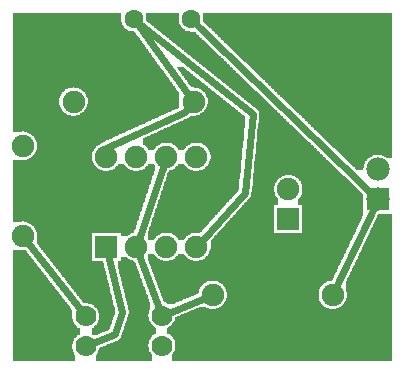
<source format=gtl>
G04 MADE WITH FRITZING*
G04 WWW.FRITZING.ORG*
G04 DOUBLE SIDED*
G04 HOLES PLATED*
G04 CONTOUR ON CENTER OF CONTOUR VECTOR*
%ASAXBY*%
%FSLAX23Y23*%
%MOIN*%
%OFA0B0*%
%SFA1.0B1.0*%
%ADD10C,0.075000*%
%ADD11C,0.062992*%
%ADD12C,0.078000*%
%ADD13C,0.070000*%
%ADD14R,0.075000X0.075000*%
%ADD15R,0.078000X0.078000*%
%ADD16C,0.024000*%
%LNCOPPER1*%
G90*
G70*
G54D10*
X816Y1124D03*
X118Y1126D03*
X711Y832D03*
X108Y281D03*
X928Y768D03*
X350Y420D03*
X350Y720D03*
X450Y420D03*
X450Y720D03*
X550Y420D03*
X550Y720D03*
X650Y420D03*
X650Y720D03*
X241Y904D03*
X641Y904D03*
X72Y457D03*
X72Y757D03*
X705Y260D03*
X1105Y260D03*
G54D11*
X441Y1179D03*
X633Y1179D03*
G54D12*
X1256Y578D03*
X1256Y678D03*
G54D10*
X957Y512D03*
X957Y612D03*
G54D13*
X536Y191D03*
X536Y91D03*
X281Y188D03*
X281Y88D03*
G54D14*
X350Y420D03*
G54D15*
X1256Y578D03*
G54D14*
X957Y512D03*
G54D16*
X655Y1157D02*
X1234Y598D01*
D02*
X1243Y550D02*
X1117Y286D01*
D02*
X838Y862D02*
X813Y599D01*
D02*
X813Y599D02*
X669Y441D01*
D02*
X465Y1160D02*
X838Y862D01*
D02*
X459Y1155D02*
X624Y928D01*
D02*
X678Y249D02*
X560Y201D01*
D02*
X460Y393D02*
X526Y216D01*
D02*
X541Y693D02*
X459Y447D01*
D02*
X89Y434D02*
X265Y209D01*
D02*
X348Y749D02*
X348Y749D01*
X348Y749D02*
X612Y869D01*
X612Y869D02*
X623Y882D01*
D02*
X357Y392D02*
X404Y203D01*
D02*
X404Y203D02*
X379Y128D01*
D02*
X379Y128D02*
X306Y98D01*
G36*
X674Y1201D02*
X674Y1169D01*
X676Y1169D01*
X676Y1167D01*
X678Y1167D01*
X678Y1165D01*
X680Y1165D01*
X680Y1163D01*
X682Y1163D01*
X682Y1161D01*
X684Y1161D01*
X684Y1159D01*
X686Y1159D01*
X686Y1157D01*
X688Y1157D01*
X688Y1155D01*
X690Y1155D01*
X690Y1153D01*
X692Y1153D01*
X692Y1151D01*
X694Y1151D01*
X694Y1149D01*
X698Y1149D01*
X698Y1147D01*
X700Y1147D01*
X700Y1145D01*
X702Y1145D01*
X702Y1143D01*
X704Y1143D01*
X704Y1141D01*
X706Y1141D01*
X706Y1139D01*
X708Y1139D01*
X708Y1137D01*
X710Y1137D01*
X710Y1135D01*
X712Y1135D01*
X712Y1133D01*
X714Y1133D01*
X714Y1131D01*
X716Y1131D01*
X716Y1129D01*
X718Y1129D01*
X718Y1127D01*
X720Y1127D01*
X720Y1125D01*
X722Y1125D01*
X722Y1123D01*
X724Y1123D01*
X724Y1121D01*
X726Y1121D01*
X726Y1119D01*
X728Y1119D01*
X728Y1117D01*
X730Y1117D01*
X730Y1115D01*
X732Y1115D01*
X732Y1113D01*
X734Y1113D01*
X734Y1111D01*
X736Y1111D01*
X736Y1109D01*
X738Y1109D01*
X738Y1107D01*
X740Y1107D01*
X740Y1105D01*
X742Y1105D01*
X742Y1103D01*
X744Y1103D01*
X744Y1101D01*
X746Y1101D01*
X746Y1099D01*
X748Y1099D01*
X748Y1097D01*
X750Y1097D01*
X750Y1095D01*
X752Y1095D01*
X752Y1093D01*
X756Y1093D01*
X756Y1091D01*
X758Y1091D01*
X758Y1089D01*
X760Y1089D01*
X760Y1087D01*
X762Y1087D01*
X762Y1085D01*
X764Y1085D01*
X764Y1083D01*
X766Y1083D01*
X766Y1081D01*
X768Y1081D01*
X768Y1079D01*
X770Y1079D01*
X770Y1077D01*
X772Y1077D01*
X772Y1075D01*
X774Y1075D01*
X774Y1073D01*
X776Y1073D01*
X776Y1071D01*
X778Y1071D01*
X778Y1069D01*
X780Y1069D01*
X780Y1067D01*
X782Y1067D01*
X782Y1065D01*
X784Y1065D01*
X784Y1063D01*
X786Y1063D01*
X786Y1061D01*
X788Y1061D01*
X788Y1059D01*
X790Y1059D01*
X790Y1057D01*
X792Y1057D01*
X792Y1055D01*
X794Y1055D01*
X794Y1053D01*
X796Y1053D01*
X796Y1051D01*
X798Y1051D01*
X798Y1049D01*
X800Y1049D01*
X800Y1047D01*
X802Y1047D01*
X802Y1045D01*
X804Y1045D01*
X804Y1043D01*
X806Y1043D01*
X806Y1041D01*
X808Y1041D01*
X808Y1039D01*
X810Y1039D01*
X810Y1037D01*
X812Y1037D01*
X812Y1035D01*
X816Y1035D01*
X816Y1033D01*
X818Y1033D01*
X818Y1031D01*
X820Y1031D01*
X820Y1029D01*
X822Y1029D01*
X822Y1027D01*
X824Y1027D01*
X824Y1025D01*
X826Y1025D01*
X826Y1023D01*
X828Y1023D01*
X828Y1021D01*
X830Y1021D01*
X830Y1019D01*
X832Y1019D01*
X832Y1017D01*
X834Y1017D01*
X834Y1015D01*
X836Y1015D01*
X836Y1013D01*
X838Y1013D01*
X838Y1011D01*
X840Y1011D01*
X840Y1009D01*
X842Y1009D01*
X842Y1007D01*
X844Y1007D01*
X844Y1005D01*
X846Y1005D01*
X846Y1003D01*
X848Y1003D01*
X848Y1001D01*
X850Y1001D01*
X850Y999D01*
X852Y999D01*
X852Y997D01*
X854Y997D01*
X854Y995D01*
X856Y995D01*
X856Y993D01*
X858Y993D01*
X858Y991D01*
X860Y991D01*
X860Y989D01*
X862Y989D01*
X862Y987D01*
X864Y987D01*
X864Y985D01*
X866Y985D01*
X866Y983D01*
X868Y983D01*
X868Y981D01*
X870Y981D01*
X870Y979D01*
X874Y979D01*
X874Y977D01*
X876Y977D01*
X876Y975D01*
X878Y975D01*
X878Y973D01*
X880Y973D01*
X880Y971D01*
X882Y971D01*
X882Y969D01*
X884Y969D01*
X884Y967D01*
X886Y967D01*
X886Y965D01*
X888Y965D01*
X888Y963D01*
X890Y963D01*
X890Y961D01*
X892Y961D01*
X892Y959D01*
X894Y959D01*
X894Y957D01*
X896Y957D01*
X896Y955D01*
X898Y955D01*
X898Y953D01*
X900Y953D01*
X900Y951D01*
X902Y951D01*
X902Y949D01*
X904Y949D01*
X904Y947D01*
X906Y947D01*
X906Y945D01*
X908Y945D01*
X908Y943D01*
X910Y943D01*
X910Y941D01*
X912Y941D01*
X912Y939D01*
X914Y939D01*
X914Y937D01*
X916Y937D01*
X916Y935D01*
X918Y935D01*
X918Y933D01*
X920Y933D01*
X920Y931D01*
X922Y931D01*
X922Y929D01*
X924Y929D01*
X924Y927D01*
X926Y927D01*
X926Y925D01*
X928Y925D01*
X928Y923D01*
X930Y923D01*
X930Y921D01*
X934Y921D01*
X934Y919D01*
X936Y919D01*
X936Y917D01*
X938Y917D01*
X938Y915D01*
X940Y915D01*
X940Y913D01*
X942Y913D01*
X942Y911D01*
X944Y911D01*
X944Y909D01*
X946Y909D01*
X946Y907D01*
X948Y907D01*
X948Y905D01*
X950Y905D01*
X950Y903D01*
X952Y903D01*
X952Y901D01*
X954Y901D01*
X954Y899D01*
X956Y899D01*
X956Y897D01*
X958Y897D01*
X958Y895D01*
X960Y895D01*
X960Y893D01*
X962Y893D01*
X962Y891D01*
X964Y891D01*
X964Y889D01*
X966Y889D01*
X966Y887D01*
X968Y887D01*
X968Y885D01*
X970Y885D01*
X970Y883D01*
X972Y883D01*
X972Y881D01*
X974Y881D01*
X974Y879D01*
X976Y879D01*
X976Y877D01*
X978Y877D01*
X978Y875D01*
X980Y875D01*
X980Y873D01*
X982Y873D01*
X982Y871D01*
X984Y871D01*
X984Y869D01*
X986Y869D01*
X986Y867D01*
X988Y867D01*
X988Y865D01*
X992Y865D01*
X992Y863D01*
X994Y863D01*
X994Y861D01*
X996Y861D01*
X996Y859D01*
X998Y859D01*
X998Y857D01*
X1000Y857D01*
X1000Y855D01*
X1002Y855D01*
X1002Y853D01*
X1004Y853D01*
X1004Y851D01*
X1006Y851D01*
X1006Y849D01*
X1008Y849D01*
X1008Y847D01*
X1010Y847D01*
X1010Y845D01*
X1012Y845D01*
X1012Y843D01*
X1014Y843D01*
X1014Y841D01*
X1016Y841D01*
X1016Y839D01*
X1018Y839D01*
X1018Y837D01*
X1020Y837D01*
X1020Y835D01*
X1022Y835D01*
X1022Y833D01*
X1024Y833D01*
X1024Y831D01*
X1026Y831D01*
X1026Y829D01*
X1028Y829D01*
X1028Y827D01*
X1030Y827D01*
X1030Y825D01*
X1032Y825D01*
X1032Y823D01*
X1034Y823D01*
X1034Y821D01*
X1036Y821D01*
X1036Y819D01*
X1038Y819D01*
X1038Y817D01*
X1040Y817D01*
X1040Y815D01*
X1042Y815D01*
X1042Y813D01*
X1044Y813D01*
X1044Y811D01*
X1046Y811D01*
X1046Y809D01*
X1048Y809D01*
X1048Y807D01*
X1052Y807D01*
X1052Y805D01*
X1054Y805D01*
X1054Y803D01*
X1056Y803D01*
X1056Y801D01*
X1058Y801D01*
X1058Y799D01*
X1060Y799D01*
X1060Y797D01*
X1062Y797D01*
X1062Y795D01*
X1064Y795D01*
X1064Y793D01*
X1066Y793D01*
X1066Y791D01*
X1068Y791D01*
X1068Y789D01*
X1070Y789D01*
X1070Y787D01*
X1072Y787D01*
X1072Y785D01*
X1074Y785D01*
X1074Y783D01*
X1076Y783D01*
X1076Y781D01*
X1078Y781D01*
X1078Y779D01*
X1080Y779D01*
X1080Y777D01*
X1082Y777D01*
X1082Y775D01*
X1084Y775D01*
X1084Y773D01*
X1086Y773D01*
X1086Y771D01*
X1088Y771D01*
X1088Y769D01*
X1090Y769D01*
X1090Y767D01*
X1092Y767D01*
X1092Y765D01*
X1094Y765D01*
X1094Y763D01*
X1096Y763D01*
X1096Y761D01*
X1098Y761D01*
X1098Y759D01*
X1100Y759D01*
X1100Y757D01*
X1102Y757D01*
X1102Y755D01*
X1104Y755D01*
X1104Y753D01*
X1106Y753D01*
X1106Y751D01*
X1110Y751D01*
X1110Y749D01*
X1112Y749D01*
X1112Y747D01*
X1114Y747D01*
X1114Y745D01*
X1116Y745D01*
X1116Y743D01*
X1118Y743D01*
X1118Y741D01*
X1120Y741D01*
X1120Y739D01*
X1122Y739D01*
X1122Y737D01*
X1124Y737D01*
X1124Y735D01*
X1126Y735D01*
X1126Y733D01*
X1128Y733D01*
X1128Y731D01*
X1130Y731D01*
X1130Y729D01*
X1132Y729D01*
X1132Y727D01*
X1262Y727D01*
X1262Y725D01*
X1270Y725D01*
X1270Y723D01*
X1276Y723D01*
X1276Y721D01*
X1280Y721D01*
X1280Y719D01*
X1284Y719D01*
X1284Y717D01*
X1304Y717D01*
X1304Y1201D01*
X674Y1201D01*
G37*
D02*
G36*
X1134Y727D02*
X1134Y725D01*
X1136Y725D01*
X1136Y723D01*
X1138Y723D01*
X1138Y721D01*
X1140Y721D01*
X1140Y719D01*
X1142Y719D01*
X1142Y717D01*
X1144Y717D01*
X1144Y715D01*
X1146Y715D01*
X1146Y713D01*
X1148Y713D01*
X1148Y711D01*
X1150Y711D01*
X1150Y709D01*
X1152Y709D01*
X1152Y707D01*
X1154Y707D01*
X1154Y705D01*
X1156Y705D01*
X1156Y703D01*
X1158Y703D01*
X1158Y701D01*
X1160Y701D01*
X1160Y699D01*
X1162Y699D01*
X1162Y697D01*
X1164Y697D01*
X1164Y695D01*
X1166Y695D01*
X1166Y693D01*
X1170Y693D01*
X1170Y691D01*
X1172Y691D01*
X1172Y689D01*
X1174Y689D01*
X1174Y687D01*
X1176Y687D01*
X1176Y685D01*
X1178Y685D01*
X1178Y683D01*
X1180Y683D01*
X1180Y681D01*
X1182Y681D01*
X1182Y679D01*
X1184Y679D01*
X1184Y677D01*
X1186Y677D01*
X1186Y675D01*
X1206Y675D01*
X1206Y683D01*
X1208Y683D01*
X1208Y691D01*
X1210Y691D01*
X1210Y697D01*
X1212Y697D01*
X1212Y701D01*
X1214Y701D01*
X1214Y705D01*
X1216Y705D01*
X1216Y707D01*
X1218Y707D01*
X1218Y709D01*
X1220Y709D01*
X1220Y713D01*
X1224Y713D01*
X1224Y715D01*
X1226Y715D01*
X1226Y717D01*
X1228Y717D01*
X1228Y719D01*
X1232Y719D01*
X1232Y721D01*
X1236Y721D01*
X1236Y723D01*
X1240Y723D01*
X1240Y725D01*
X1248Y725D01*
X1248Y727D01*
X1134Y727D01*
G37*
D02*
G36*
X40Y1201D02*
X40Y953D01*
X242Y953D01*
X242Y951D01*
X254Y951D01*
X254Y949D01*
X260Y949D01*
X260Y947D01*
X264Y947D01*
X264Y945D01*
X266Y945D01*
X266Y943D01*
X270Y943D01*
X270Y941D01*
X272Y941D01*
X272Y939D01*
X274Y939D01*
X274Y937D01*
X276Y937D01*
X276Y935D01*
X278Y935D01*
X278Y933D01*
X280Y933D01*
X280Y929D01*
X282Y929D01*
X282Y925D01*
X284Y925D01*
X284Y921D01*
X286Y921D01*
X286Y915D01*
X288Y915D01*
X288Y895D01*
X286Y895D01*
X286Y887D01*
X284Y887D01*
X284Y883D01*
X282Y883D01*
X282Y879D01*
X280Y879D01*
X280Y877D01*
X278Y877D01*
X278Y875D01*
X276Y875D01*
X276Y871D01*
X274Y871D01*
X274Y869D01*
X270Y869D01*
X270Y867D01*
X268Y867D01*
X268Y865D01*
X264Y865D01*
X264Y863D01*
X262Y863D01*
X262Y861D01*
X256Y861D01*
X256Y859D01*
X250Y859D01*
X250Y857D01*
X534Y857D01*
X534Y859D01*
X540Y859D01*
X540Y861D01*
X544Y861D01*
X544Y863D01*
X548Y863D01*
X548Y865D01*
X552Y865D01*
X552Y867D01*
X556Y867D01*
X556Y869D01*
X562Y869D01*
X562Y871D01*
X566Y871D01*
X566Y873D01*
X570Y873D01*
X570Y875D01*
X574Y875D01*
X574Y877D01*
X578Y877D01*
X578Y879D01*
X584Y879D01*
X584Y881D01*
X588Y881D01*
X588Y883D01*
X592Y883D01*
X592Y885D01*
X594Y885D01*
X594Y933D01*
X592Y933D01*
X592Y935D01*
X590Y935D01*
X590Y939D01*
X588Y939D01*
X588Y941D01*
X586Y941D01*
X586Y943D01*
X584Y943D01*
X584Y947D01*
X582Y947D01*
X582Y949D01*
X580Y949D01*
X580Y951D01*
X578Y951D01*
X578Y955D01*
X576Y955D01*
X576Y957D01*
X574Y957D01*
X574Y961D01*
X572Y961D01*
X572Y963D01*
X570Y963D01*
X570Y965D01*
X568Y965D01*
X568Y969D01*
X566Y969D01*
X566Y971D01*
X564Y971D01*
X564Y973D01*
X562Y973D01*
X562Y977D01*
X560Y977D01*
X560Y979D01*
X558Y979D01*
X558Y983D01*
X556Y983D01*
X556Y985D01*
X554Y985D01*
X554Y987D01*
X552Y987D01*
X552Y991D01*
X550Y991D01*
X550Y993D01*
X548Y993D01*
X548Y995D01*
X546Y995D01*
X546Y999D01*
X544Y999D01*
X544Y1001D01*
X542Y1001D01*
X542Y1005D01*
X540Y1005D01*
X540Y1007D01*
X538Y1007D01*
X538Y1009D01*
X536Y1009D01*
X536Y1013D01*
X534Y1013D01*
X534Y1015D01*
X532Y1015D01*
X532Y1017D01*
X530Y1017D01*
X530Y1021D01*
X528Y1021D01*
X528Y1023D01*
X526Y1023D01*
X526Y1027D01*
X524Y1027D01*
X524Y1029D01*
X522Y1029D01*
X522Y1031D01*
X520Y1031D01*
X520Y1035D01*
X518Y1035D01*
X518Y1037D01*
X516Y1037D01*
X516Y1039D01*
X514Y1039D01*
X514Y1043D01*
X512Y1043D01*
X512Y1045D01*
X510Y1045D01*
X510Y1049D01*
X508Y1049D01*
X508Y1051D01*
X506Y1051D01*
X506Y1053D01*
X504Y1053D01*
X504Y1057D01*
X502Y1057D01*
X502Y1059D01*
X500Y1059D01*
X500Y1061D01*
X498Y1061D01*
X498Y1065D01*
X496Y1065D01*
X496Y1067D01*
X494Y1067D01*
X494Y1071D01*
X492Y1071D01*
X492Y1073D01*
X490Y1073D01*
X490Y1075D01*
X488Y1075D01*
X488Y1079D01*
X486Y1079D01*
X486Y1081D01*
X484Y1081D01*
X484Y1083D01*
X482Y1083D01*
X482Y1087D01*
X480Y1087D01*
X480Y1089D01*
X478Y1089D01*
X478Y1093D01*
X476Y1093D01*
X476Y1095D01*
X474Y1095D01*
X474Y1097D01*
X472Y1097D01*
X472Y1101D01*
X470Y1101D01*
X470Y1103D01*
X468Y1103D01*
X468Y1105D01*
X466Y1105D01*
X466Y1109D01*
X464Y1109D01*
X464Y1111D01*
X462Y1111D01*
X462Y1115D01*
X460Y1115D01*
X460Y1117D01*
X458Y1117D01*
X458Y1119D01*
X456Y1119D01*
X456Y1123D01*
X454Y1123D01*
X454Y1125D01*
X452Y1125D01*
X452Y1127D01*
X450Y1127D01*
X450Y1131D01*
X448Y1131D01*
X448Y1133D01*
X446Y1133D01*
X446Y1137D01*
X444Y1137D01*
X444Y1139D01*
X430Y1139D01*
X430Y1141D01*
X424Y1141D01*
X424Y1143D01*
X420Y1143D01*
X420Y1145D01*
X416Y1145D01*
X416Y1147D01*
X414Y1147D01*
X414Y1149D01*
X412Y1149D01*
X412Y1151D01*
X410Y1151D01*
X410Y1153D01*
X408Y1153D01*
X408Y1155D01*
X406Y1155D01*
X406Y1159D01*
X404Y1159D01*
X404Y1163D01*
X402Y1163D01*
X402Y1169D01*
X400Y1169D01*
X400Y1201D01*
X40Y1201D01*
G37*
D02*
G36*
X40Y953D02*
X40Y857D01*
X232Y857D01*
X232Y859D01*
X224Y859D01*
X224Y861D01*
X220Y861D01*
X220Y863D01*
X216Y863D01*
X216Y865D01*
X214Y865D01*
X214Y867D01*
X210Y867D01*
X210Y869D01*
X208Y869D01*
X208Y871D01*
X206Y871D01*
X206Y873D01*
X204Y873D01*
X204Y877D01*
X202Y877D01*
X202Y879D01*
X200Y879D01*
X200Y883D01*
X198Y883D01*
X198Y887D01*
X196Y887D01*
X196Y893D01*
X194Y893D01*
X194Y917D01*
X196Y917D01*
X196Y923D01*
X198Y923D01*
X198Y927D01*
X200Y927D01*
X200Y931D01*
X202Y931D01*
X202Y933D01*
X204Y933D01*
X204Y935D01*
X206Y935D01*
X206Y937D01*
X208Y937D01*
X208Y939D01*
X210Y939D01*
X210Y941D01*
X212Y941D01*
X212Y943D01*
X214Y943D01*
X214Y945D01*
X218Y945D01*
X218Y947D01*
X222Y947D01*
X222Y949D01*
X228Y949D01*
X228Y951D01*
X240Y951D01*
X240Y953D01*
X40Y953D01*
G37*
D02*
G36*
X40Y857D02*
X40Y855D01*
X530Y855D01*
X530Y857D01*
X40Y857D01*
G37*
D02*
G36*
X40Y857D02*
X40Y855D01*
X530Y855D01*
X530Y857D01*
X40Y857D01*
G37*
D02*
G36*
X40Y855D02*
X40Y805D01*
X76Y805D01*
X76Y803D01*
X86Y803D01*
X86Y801D01*
X92Y801D01*
X92Y799D01*
X94Y799D01*
X94Y797D01*
X98Y797D01*
X98Y795D01*
X100Y795D01*
X100Y793D01*
X104Y793D01*
X104Y791D01*
X106Y791D01*
X106Y789D01*
X108Y789D01*
X108Y785D01*
X110Y785D01*
X110Y783D01*
X112Y783D01*
X112Y779D01*
X114Y779D01*
X114Y777D01*
X116Y777D01*
X116Y771D01*
X118Y771D01*
X118Y761D01*
X120Y761D01*
X120Y753D01*
X118Y753D01*
X118Y743D01*
X116Y743D01*
X116Y737D01*
X114Y737D01*
X114Y733D01*
X112Y733D01*
X112Y731D01*
X110Y731D01*
X110Y727D01*
X108Y727D01*
X108Y725D01*
X106Y725D01*
X106Y723D01*
X104Y723D01*
X104Y721D01*
X102Y721D01*
X102Y719D01*
X98Y719D01*
X98Y717D01*
X96Y717D01*
X96Y715D01*
X92Y715D01*
X92Y713D01*
X86Y713D01*
X86Y711D01*
X80Y711D01*
X80Y709D01*
X304Y709D01*
X304Y715D01*
X302Y715D01*
X302Y725D01*
X304Y725D01*
X304Y735D01*
X306Y735D01*
X306Y739D01*
X308Y739D01*
X308Y743D01*
X310Y743D01*
X310Y747D01*
X312Y747D01*
X312Y749D01*
X314Y749D01*
X314Y751D01*
X316Y751D01*
X316Y755D01*
X320Y755D01*
X320Y757D01*
X322Y757D01*
X322Y759D01*
X324Y759D01*
X324Y761D01*
X328Y761D01*
X328Y763D01*
X332Y763D01*
X332Y765D01*
X334Y765D01*
X334Y767D01*
X338Y767D01*
X338Y769D01*
X342Y769D01*
X342Y771D01*
X346Y771D01*
X346Y773D01*
X350Y773D01*
X350Y775D01*
X354Y775D01*
X354Y777D01*
X358Y777D01*
X358Y779D01*
X364Y779D01*
X364Y781D01*
X368Y781D01*
X368Y783D01*
X372Y783D01*
X372Y785D01*
X376Y785D01*
X376Y787D01*
X380Y787D01*
X380Y789D01*
X386Y789D01*
X386Y791D01*
X390Y791D01*
X390Y793D01*
X394Y793D01*
X394Y795D01*
X398Y795D01*
X398Y797D01*
X402Y797D01*
X402Y799D01*
X408Y799D01*
X408Y801D01*
X412Y801D01*
X412Y803D01*
X416Y803D01*
X416Y805D01*
X420Y805D01*
X420Y807D01*
X424Y807D01*
X424Y809D01*
X430Y809D01*
X430Y811D01*
X434Y811D01*
X434Y813D01*
X438Y813D01*
X438Y815D01*
X442Y815D01*
X442Y817D01*
X446Y817D01*
X446Y819D01*
X452Y819D01*
X452Y821D01*
X456Y821D01*
X456Y823D01*
X460Y823D01*
X460Y825D01*
X464Y825D01*
X464Y827D01*
X468Y827D01*
X468Y829D01*
X474Y829D01*
X474Y831D01*
X478Y831D01*
X478Y833D01*
X482Y833D01*
X482Y835D01*
X486Y835D01*
X486Y837D01*
X490Y837D01*
X490Y839D01*
X496Y839D01*
X496Y841D01*
X500Y841D01*
X500Y843D01*
X504Y843D01*
X504Y845D01*
X508Y845D01*
X508Y847D01*
X512Y847D01*
X512Y849D01*
X518Y849D01*
X518Y851D01*
X522Y851D01*
X522Y853D01*
X526Y853D01*
X526Y855D01*
X40Y855D01*
G37*
D02*
G36*
X40Y805D02*
X40Y803D01*
X68Y803D01*
X68Y805D01*
X40Y805D01*
G37*
D02*
G36*
X40Y711D02*
X40Y709D01*
X64Y709D01*
X64Y711D01*
X40Y711D01*
G37*
D02*
G36*
X40Y709D02*
X40Y707D01*
X304Y707D01*
X304Y709D01*
X40Y709D01*
G37*
D02*
G36*
X40Y709D02*
X40Y707D01*
X304Y707D01*
X304Y709D01*
X40Y709D01*
G37*
D02*
G36*
X40Y707D02*
X40Y673D01*
X340Y673D01*
X340Y675D01*
X334Y675D01*
X334Y677D01*
X328Y677D01*
X328Y679D01*
X326Y679D01*
X326Y681D01*
X322Y681D01*
X322Y683D01*
X320Y683D01*
X320Y685D01*
X318Y685D01*
X318Y687D01*
X316Y687D01*
X316Y689D01*
X314Y689D01*
X314Y691D01*
X312Y691D01*
X312Y693D01*
X310Y693D01*
X310Y697D01*
X308Y697D01*
X308Y701D01*
X306Y701D01*
X306Y707D01*
X40Y707D01*
G37*
D02*
G36*
X390Y697D02*
X390Y693D01*
X388Y693D01*
X388Y691D01*
X386Y691D01*
X386Y689D01*
X384Y689D01*
X384Y687D01*
X382Y687D01*
X382Y685D01*
X380Y685D01*
X380Y683D01*
X378Y683D01*
X378Y681D01*
X376Y681D01*
X376Y679D01*
X372Y679D01*
X372Y677D01*
X368Y677D01*
X368Y675D01*
X360Y675D01*
X360Y673D01*
X440Y673D01*
X440Y675D01*
X434Y675D01*
X434Y677D01*
X428Y677D01*
X428Y679D01*
X426Y679D01*
X426Y681D01*
X422Y681D01*
X422Y683D01*
X420Y683D01*
X420Y685D01*
X418Y685D01*
X418Y687D01*
X416Y687D01*
X416Y689D01*
X414Y689D01*
X414Y691D01*
X412Y691D01*
X412Y693D01*
X410Y693D01*
X410Y697D01*
X390Y697D01*
G37*
D02*
G36*
X490Y697D02*
X490Y693D01*
X488Y693D01*
X488Y691D01*
X486Y691D01*
X486Y689D01*
X484Y689D01*
X484Y687D01*
X482Y687D01*
X482Y685D01*
X480Y685D01*
X480Y683D01*
X478Y683D01*
X478Y681D01*
X476Y681D01*
X476Y679D01*
X472Y679D01*
X472Y677D01*
X468Y677D01*
X468Y675D01*
X460Y675D01*
X460Y673D01*
X512Y673D01*
X512Y693D01*
X510Y693D01*
X510Y697D01*
X490Y697D01*
G37*
D02*
G36*
X40Y673D02*
X40Y671D01*
X510Y671D01*
X510Y673D01*
X40Y673D01*
G37*
D02*
G36*
X40Y673D02*
X40Y671D01*
X510Y671D01*
X510Y673D01*
X40Y673D01*
G37*
D02*
G36*
X40Y673D02*
X40Y671D01*
X510Y671D01*
X510Y673D01*
X40Y673D01*
G37*
D02*
G36*
X40Y671D02*
X40Y505D01*
X76Y505D01*
X76Y503D01*
X86Y503D01*
X86Y501D01*
X92Y501D01*
X92Y499D01*
X94Y499D01*
X94Y497D01*
X98Y497D01*
X98Y495D01*
X100Y495D01*
X100Y493D01*
X104Y493D01*
X104Y491D01*
X106Y491D01*
X106Y489D01*
X108Y489D01*
X108Y485D01*
X110Y485D01*
X110Y483D01*
X112Y483D01*
X112Y479D01*
X114Y479D01*
X114Y477D01*
X116Y477D01*
X116Y471D01*
X118Y471D01*
X118Y467D01*
X398Y467D01*
X398Y455D01*
X420Y455D01*
X420Y457D01*
X422Y457D01*
X422Y459D01*
X424Y459D01*
X424Y461D01*
X428Y461D01*
X428Y463D01*
X432Y463D01*
X432Y465D01*
X438Y465D01*
X438Y467D01*
X442Y467D01*
X442Y469D01*
X444Y469D01*
X444Y475D01*
X446Y475D01*
X446Y481D01*
X448Y481D01*
X448Y487D01*
X450Y487D01*
X450Y493D01*
X452Y493D01*
X452Y499D01*
X454Y499D01*
X454Y505D01*
X456Y505D01*
X456Y511D01*
X458Y511D01*
X458Y517D01*
X460Y517D01*
X460Y523D01*
X462Y523D01*
X462Y529D01*
X464Y529D01*
X464Y535D01*
X466Y535D01*
X466Y541D01*
X468Y541D01*
X468Y547D01*
X470Y547D01*
X470Y553D01*
X472Y553D01*
X472Y559D01*
X474Y559D01*
X474Y565D01*
X476Y565D01*
X476Y571D01*
X478Y571D01*
X478Y577D01*
X480Y577D01*
X480Y583D01*
X482Y583D01*
X482Y589D01*
X484Y589D01*
X484Y595D01*
X486Y595D01*
X486Y601D01*
X488Y601D01*
X488Y607D01*
X490Y607D01*
X490Y613D01*
X492Y613D01*
X492Y619D01*
X494Y619D01*
X494Y625D01*
X496Y625D01*
X496Y631D01*
X498Y631D01*
X498Y637D01*
X500Y637D01*
X500Y643D01*
X502Y643D01*
X502Y649D01*
X504Y649D01*
X504Y655D01*
X506Y655D01*
X506Y661D01*
X508Y661D01*
X508Y667D01*
X510Y667D01*
X510Y671D01*
X40Y671D01*
G37*
D02*
G36*
X40Y505D02*
X40Y503D01*
X68Y503D01*
X68Y505D01*
X40Y505D01*
G37*
D02*
G36*
X118Y467D02*
X118Y461D01*
X120Y461D01*
X120Y453D01*
X118Y453D01*
X118Y433D01*
X120Y433D01*
X120Y429D01*
X122Y429D01*
X122Y427D01*
X124Y427D01*
X124Y425D01*
X126Y425D01*
X126Y421D01*
X128Y421D01*
X128Y419D01*
X130Y419D01*
X130Y417D01*
X132Y417D01*
X132Y415D01*
X134Y415D01*
X134Y411D01*
X136Y411D01*
X136Y409D01*
X138Y409D01*
X138Y407D01*
X140Y407D01*
X140Y403D01*
X142Y403D01*
X142Y401D01*
X144Y401D01*
X144Y399D01*
X146Y399D01*
X146Y397D01*
X148Y397D01*
X148Y393D01*
X150Y393D01*
X150Y391D01*
X152Y391D01*
X152Y389D01*
X154Y389D01*
X154Y385D01*
X156Y385D01*
X156Y383D01*
X158Y383D01*
X158Y381D01*
X160Y381D01*
X160Y379D01*
X162Y379D01*
X162Y375D01*
X164Y375D01*
X164Y373D01*
X166Y373D01*
X166Y371D01*
X168Y371D01*
X168Y367D01*
X170Y367D01*
X170Y365D01*
X172Y365D01*
X172Y363D01*
X174Y363D01*
X174Y361D01*
X176Y361D01*
X176Y357D01*
X178Y357D01*
X178Y355D01*
X180Y355D01*
X180Y353D01*
X182Y353D01*
X182Y351D01*
X184Y351D01*
X184Y347D01*
X186Y347D01*
X186Y345D01*
X188Y345D01*
X188Y343D01*
X190Y343D01*
X190Y339D01*
X192Y339D01*
X192Y337D01*
X194Y337D01*
X194Y335D01*
X196Y335D01*
X196Y333D01*
X198Y333D01*
X198Y329D01*
X200Y329D01*
X200Y327D01*
X202Y327D01*
X202Y325D01*
X204Y325D01*
X204Y321D01*
X206Y321D01*
X206Y319D01*
X208Y319D01*
X208Y317D01*
X210Y317D01*
X210Y315D01*
X212Y315D01*
X212Y311D01*
X214Y311D01*
X214Y309D01*
X216Y309D01*
X216Y307D01*
X218Y307D01*
X218Y303D01*
X220Y303D01*
X220Y301D01*
X222Y301D01*
X222Y299D01*
X224Y299D01*
X224Y297D01*
X226Y297D01*
X226Y293D01*
X228Y293D01*
X228Y291D01*
X230Y291D01*
X230Y289D01*
X232Y289D01*
X232Y285D01*
X234Y285D01*
X234Y283D01*
X236Y283D01*
X236Y281D01*
X238Y281D01*
X238Y279D01*
X240Y279D01*
X240Y275D01*
X242Y275D01*
X242Y273D01*
X244Y273D01*
X244Y271D01*
X246Y271D01*
X246Y269D01*
X248Y269D01*
X248Y265D01*
X250Y265D01*
X250Y263D01*
X252Y263D01*
X252Y261D01*
X254Y261D01*
X254Y257D01*
X256Y257D01*
X256Y255D01*
X258Y255D01*
X258Y253D01*
X260Y253D01*
X260Y251D01*
X262Y251D01*
X262Y247D01*
X264Y247D01*
X264Y245D01*
X266Y245D01*
X266Y243D01*
X268Y243D01*
X268Y239D01*
X270Y239D01*
X270Y237D01*
X272Y237D01*
X272Y235D01*
X274Y235D01*
X274Y233D01*
X290Y233D01*
X290Y231D01*
X298Y231D01*
X298Y229D01*
X302Y229D01*
X302Y227D01*
X306Y227D01*
X306Y225D01*
X308Y225D01*
X308Y223D01*
X310Y223D01*
X310Y221D01*
X314Y221D01*
X314Y217D01*
X316Y217D01*
X316Y215D01*
X318Y215D01*
X318Y213D01*
X320Y213D01*
X320Y209D01*
X322Y209D01*
X322Y205D01*
X324Y205D01*
X324Y199D01*
X326Y199D01*
X326Y177D01*
X324Y177D01*
X324Y171D01*
X322Y171D01*
X322Y167D01*
X320Y167D01*
X320Y163D01*
X318Y163D01*
X318Y161D01*
X316Y161D01*
X316Y159D01*
X314Y159D01*
X314Y157D01*
X312Y157D01*
X312Y155D01*
X310Y155D01*
X310Y153D01*
X308Y153D01*
X308Y151D01*
X304Y151D01*
X304Y149D01*
X302Y149D01*
X302Y127D01*
X322Y127D01*
X322Y129D01*
X326Y129D01*
X326Y131D01*
X330Y131D01*
X330Y133D01*
X336Y133D01*
X336Y135D01*
X340Y135D01*
X340Y137D01*
X346Y137D01*
X346Y139D01*
X350Y139D01*
X350Y141D01*
X356Y141D01*
X356Y143D01*
X360Y143D01*
X360Y145D01*
X362Y145D01*
X362Y151D01*
X364Y151D01*
X364Y157D01*
X366Y157D01*
X366Y163D01*
X368Y163D01*
X368Y169D01*
X370Y169D01*
X370Y175D01*
X372Y175D01*
X372Y181D01*
X374Y181D01*
X374Y187D01*
X376Y187D01*
X376Y193D01*
X378Y193D01*
X378Y219D01*
X376Y219D01*
X376Y227D01*
X374Y227D01*
X374Y235D01*
X372Y235D01*
X372Y243D01*
X370Y243D01*
X370Y251D01*
X368Y251D01*
X368Y259D01*
X366Y259D01*
X366Y267D01*
X364Y267D01*
X364Y277D01*
X362Y277D01*
X362Y285D01*
X360Y285D01*
X360Y293D01*
X358Y293D01*
X358Y301D01*
X356Y301D01*
X356Y309D01*
X354Y309D01*
X354Y317D01*
X352Y317D01*
X352Y325D01*
X350Y325D01*
X350Y333D01*
X348Y333D01*
X348Y341D01*
X346Y341D01*
X346Y349D01*
X344Y349D01*
X344Y357D01*
X342Y357D01*
X342Y365D01*
X340Y365D01*
X340Y373D01*
X302Y373D01*
X302Y467D01*
X118Y467D01*
G37*
D02*
G36*
X586Y1021D02*
X586Y1015D01*
X588Y1015D01*
X588Y1013D01*
X590Y1013D01*
X590Y1011D01*
X592Y1011D01*
X592Y1007D01*
X594Y1007D01*
X594Y1005D01*
X596Y1005D01*
X596Y1003D01*
X598Y1003D01*
X598Y999D01*
X600Y999D01*
X600Y997D01*
X602Y997D01*
X602Y993D01*
X604Y993D01*
X604Y991D01*
X606Y991D01*
X606Y989D01*
X608Y989D01*
X608Y985D01*
X610Y985D01*
X610Y983D01*
X612Y983D01*
X612Y981D01*
X614Y981D01*
X614Y977D01*
X616Y977D01*
X616Y975D01*
X618Y975D01*
X618Y971D01*
X620Y971D01*
X620Y969D01*
X622Y969D01*
X622Y967D01*
X624Y967D01*
X624Y963D01*
X626Y963D01*
X626Y961D01*
X628Y961D01*
X628Y959D01*
X630Y959D01*
X630Y955D01*
X632Y955D01*
X632Y953D01*
X642Y953D01*
X642Y951D01*
X654Y951D01*
X654Y949D01*
X660Y949D01*
X660Y947D01*
X664Y947D01*
X664Y945D01*
X666Y945D01*
X666Y943D01*
X670Y943D01*
X670Y941D01*
X672Y941D01*
X672Y939D01*
X674Y939D01*
X674Y937D01*
X676Y937D01*
X676Y935D01*
X678Y935D01*
X678Y933D01*
X680Y933D01*
X680Y929D01*
X682Y929D01*
X682Y925D01*
X684Y925D01*
X684Y921D01*
X686Y921D01*
X686Y915D01*
X688Y915D01*
X688Y895D01*
X686Y895D01*
X686Y887D01*
X684Y887D01*
X684Y883D01*
X682Y883D01*
X682Y879D01*
X680Y879D01*
X680Y877D01*
X678Y877D01*
X678Y875D01*
X676Y875D01*
X676Y871D01*
X674Y871D01*
X674Y869D01*
X670Y869D01*
X670Y867D01*
X668Y867D01*
X668Y865D01*
X664Y865D01*
X664Y863D01*
X662Y863D01*
X662Y861D01*
X656Y861D01*
X656Y859D01*
X650Y859D01*
X650Y857D01*
X630Y857D01*
X630Y855D01*
X628Y855D01*
X628Y853D01*
X626Y853D01*
X626Y851D01*
X622Y851D01*
X622Y849D01*
X618Y849D01*
X618Y847D01*
X614Y847D01*
X614Y845D01*
X610Y845D01*
X610Y843D01*
X606Y843D01*
X606Y841D01*
X602Y841D01*
X602Y839D01*
X596Y839D01*
X596Y837D01*
X592Y837D01*
X592Y835D01*
X588Y835D01*
X588Y833D01*
X584Y833D01*
X584Y831D01*
X580Y831D01*
X580Y829D01*
X574Y829D01*
X574Y827D01*
X570Y827D01*
X570Y825D01*
X566Y825D01*
X566Y823D01*
X562Y823D01*
X562Y821D01*
X558Y821D01*
X558Y819D01*
X552Y819D01*
X552Y817D01*
X548Y817D01*
X548Y815D01*
X544Y815D01*
X544Y813D01*
X540Y813D01*
X540Y811D01*
X536Y811D01*
X536Y809D01*
X530Y809D01*
X530Y807D01*
X526Y807D01*
X526Y805D01*
X522Y805D01*
X522Y803D01*
X518Y803D01*
X518Y801D01*
X514Y801D01*
X514Y799D01*
X508Y799D01*
X508Y797D01*
X504Y797D01*
X504Y795D01*
X500Y795D01*
X500Y793D01*
X496Y793D01*
X496Y791D01*
X492Y791D01*
X492Y789D01*
X486Y789D01*
X486Y787D01*
X482Y787D01*
X482Y785D01*
X478Y785D01*
X478Y783D01*
X474Y783D01*
X474Y781D01*
X472Y781D01*
X472Y767D01*
X662Y767D01*
X662Y765D01*
X668Y765D01*
X668Y763D01*
X672Y763D01*
X672Y761D01*
X676Y761D01*
X676Y759D01*
X678Y759D01*
X678Y757D01*
X680Y757D01*
X680Y755D01*
X684Y755D01*
X684Y753D01*
X686Y753D01*
X686Y749D01*
X688Y749D01*
X688Y747D01*
X690Y747D01*
X690Y743D01*
X692Y743D01*
X692Y741D01*
X694Y741D01*
X694Y735D01*
X696Y735D01*
X696Y727D01*
X698Y727D01*
X698Y713D01*
X696Y713D01*
X696Y705D01*
X694Y705D01*
X694Y701D01*
X692Y701D01*
X692Y697D01*
X690Y697D01*
X690Y693D01*
X688Y693D01*
X688Y691D01*
X686Y691D01*
X686Y689D01*
X684Y689D01*
X684Y687D01*
X682Y687D01*
X682Y685D01*
X680Y685D01*
X680Y683D01*
X678Y683D01*
X678Y681D01*
X676Y681D01*
X676Y679D01*
X672Y679D01*
X672Y677D01*
X668Y677D01*
X668Y675D01*
X660Y675D01*
X660Y673D01*
X798Y673D01*
X798Y689D01*
X800Y689D01*
X800Y709D01*
X802Y709D01*
X802Y731D01*
X804Y731D01*
X804Y751D01*
X806Y751D01*
X806Y773D01*
X808Y773D01*
X808Y793D01*
X810Y793D01*
X810Y815D01*
X812Y815D01*
X812Y855D01*
X810Y855D01*
X810Y857D01*
X808Y857D01*
X808Y859D01*
X806Y859D01*
X806Y861D01*
X802Y861D01*
X802Y863D01*
X800Y863D01*
X800Y865D01*
X798Y865D01*
X798Y867D01*
X796Y867D01*
X796Y869D01*
X792Y869D01*
X792Y871D01*
X790Y871D01*
X790Y873D01*
X788Y873D01*
X788Y875D01*
X786Y875D01*
X786Y877D01*
X782Y877D01*
X782Y879D01*
X780Y879D01*
X780Y881D01*
X778Y881D01*
X778Y883D01*
X776Y883D01*
X776Y885D01*
X772Y885D01*
X772Y887D01*
X770Y887D01*
X770Y889D01*
X768Y889D01*
X768Y891D01*
X766Y891D01*
X766Y893D01*
X762Y893D01*
X762Y895D01*
X760Y895D01*
X760Y897D01*
X758Y897D01*
X758Y899D01*
X756Y899D01*
X756Y901D01*
X752Y901D01*
X752Y903D01*
X750Y903D01*
X750Y905D01*
X748Y905D01*
X748Y907D01*
X746Y907D01*
X746Y909D01*
X742Y909D01*
X742Y911D01*
X740Y911D01*
X740Y913D01*
X738Y913D01*
X738Y915D01*
X736Y915D01*
X736Y917D01*
X732Y917D01*
X732Y919D01*
X730Y919D01*
X730Y921D01*
X728Y921D01*
X728Y923D01*
X726Y923D01*
X726Y925D01*
X722Y925D01*
X722Y927D01*
X720Y927D01*
X720Y929D01*
X718Y929D01*
X718Y931D01*
X716Y931D01*
X716Y933D01*
X712Y933D01*
X712Y935D01*
X710Y935D01*
X710Y937D01*
X708Y937D01*
X708Y939D01*
X706Y939D01*
X706Y941D01*
X702Y941D01*
X702Y943D01*
X700Y943D01*
X700Y945D01*
X698Y945D01*
X698Y947D01*
X696Y947D01*
X696Y949D01*
X692Y949D01*
X692Y951D01*
X690Y951D01*
X690Y953D01*
X688Y953D01*
X688Y955D01*
X686Y955D01*
X686Y957D01*
X682Y957D01*
X682Y959D01*
X680Y959D01*
X680Y961D01*
X678Y961D01*
X678Y963D01*
X676Y963D01*
X676Y965D01*
X672Y965D01*
X672Y967D01*
X670Y967D01*
X670Y969D01*
X668Y969D01*
X668Y971D01*
X666Y971D01*
X666Y973D01*
X662Y973D01*
X662Y975D01*
X660Y975D01*
X660Y977D01*
X658Y977D01*
X658Y979D01*
X656Y979D01*
X656Y981D01*
X652Y981D01*
X652Y983D01*
X650Y983D01*
X650Y985D01*
X648Y985D01*
X648Y987D01*
X646Y987D01*
X646Y989D01*
X642Y989D01*
X642Y991D01*
X640Y991D01*
X640Y993D01*
X638Y993D01*
X638Y995D01*
X636Y995D01*
X636Y997D01*
X632Y997D01*
X632Y999D01*
X630Y999D01*
X630Y1001D01*
X628Y1001D01*
X628Y1003D01*
X626Y1003D01*
X626Y1005D01*
X622Y1005D01*
X622Y1007D01*
X620Y1007D01*
X620Y1009D01*
X618Y1009D01*
X618Y1011D01*
X616Y1011D01*
X616Y1013D01*
X612Y1013D01*
X612Y1015D01*
X610Y1015D01*
X610Y1017D01*
X608Y1017D01*
X608Y1019D01*
X606Y1019D01*
X606Y1021D01*
X586Y1021D01*
G37*
D02*
G36*
X472Y767D02*
X472Y761D01*
X476Y761D01*
X476Y759D01*
X478Y759D01*
X478Y757D01*
X480Y757D01*
X480Y755D01*
X484Y755D01*
X484Y753D01*
X486Y753D01*
X486Y749D01*
X488Y749D01*
X488Y747D01*
X490Y747D01*
X490Y743D01*
X510Y743D01*
X510Y747D01*
X512Y747D01*
X512Y749D01*
X514Y749D01*
X514Y751D01*
X516Y751D01*
X516Y755D01*
X520Y755D01*
X520Y757D01*
X522Y757D01*
X522Y759D01*
X524Y759D01*
X524Y761D01*
X528Y761D01*
X528Y763D01*
X532Y763D01*
X532Y765D01*
X538Y765D01*
X538Y767D01*
X472Y767D01*
G37*
D02*
G36*
X562Y767D02*
X562Y765D01*
X568Y765D01*
X568Y763D01*
X572Y763D01*
X572Y761D01*
X576Y761D01*
X576Y759D01*
X578Y759D01*
X578Y757D01*
X580Y757D01*
X580Y755D01*
X584Y755D01*
X584Y753D01*
X586Y753D01*
X586Y749D01*
X588Y749D01*
X588Y747D01*
X590Y747D01*
X590Y743D01*
X610Y743D01*
X610Y747D01*
X612Y747D01*
X612Y749D01*
X614Y749D01*
X614Y751D01*
X616Y751D01*
X616Y755D01*
X620Y755D01*
X620Y757D01*
X622Y757D01*
X622Y759D01*
X624Y759D01*
X624Y761D01*
X628Y761D01*
X628Y763D01*
X632Y763D01*
X632Y765D01*
X638Y765D01*
X638Y767D01*
X562Y767D01*
G37*
D02*
G36*
X590Y697D02*
X590Y693D01*
X588Y693D01*
X588Y691D01*
X586Y691D01*
X586Y689D01*
X584Y689D01*
X584Y687D01*
X582Y687D01*
X582Y685D01*
X580Y685D01*
X580Y683D01*
X578Y683D01*
X578Y681D01*
X576Y681D01*
X576Y679D01*
X572Y679D01*
X572Y677D01*
X568Y677D01*
X568Y675D01*
X560Y675D01*
X560Y673D01*
X640Y673D01*
X640Y675D01*
X634Y675D01*
X634Y677D01*
X628Y677D01*
X628Y679D01*
X626Y679D01*
X626Y681D01*
X622Y681D01*
X622Y683D01*
X620Y683D01*
X620Y685D01*
X618Y685D01*
X618Y687D01*
X616Y687D01*
X616Y689D01*
X614Y689D01*
X614Y691D01*
X612Y691D01*
X612Y693D01*
X610Y693D01*
X610Y697D01*
X590Y697D01*
G37*
D02*
G36*
X558Y673D02*
X558Y671D01*
X798Y671D01*
X798Y673D01*
X558Y673D01*
G37*
D02*
G36*
X558Y673D02*
X558Y671D01*
X798Y671D01*
X798Y673D01*
X558Y673D01*
G37*
D02*
G36*
X556Y671D02*
X556Y665D01*
X554Y665D01*
X554Y659D01*
X552Y659D01*
X552Y653D01*
X550Y653D01*
X550Y647D01*
X548Y647D01*
X548Y641D01*
X546Y641D01*
X546Y635D01*
X544Y635D01*
X544Y629D01*
X542Y629D01*
X542Y623D01*
X540Y623D01*
X540Y617D01*
X538Y617D01*
X538Y611D01*
X536Y611D01*
X536Y605D01*
X534Y605D01*
X534Y599D01*
X532Y599D01*
X532Y593D01*
X530Y593D01*
X530Y587D01*
X528Y587D01*
X528Y581D01*
X526Y581D01*
X526Y575D01*
X524Y575D01*
X524Y569D01*
X522Y569D01*
X522Y563D01*
X520Y563D01*
X520Y557D01*
X518Y557D01*
X518Y551D01*
X516Y551D01*
X516Y545D01*
X514Y545D01*
X514Y539D01*
X512Y539D01*
X512Y533D01*
X510Y533D01*
X510Y527D01*
X508Y527D01*
X508Y521D01*
X506Y521D01*
X506Y515D01*
X504Y515D01*
X504Y509D01*
X502Y509D01*
X502Y503D01*
X500Y503D01*
X500Y497D01*
X498Y497D01*
X498Y491D01*
X496Y491D01*
X496Y485D01*
X494Y485D01*
X494Y479D01*
X492Y479D01*
X492Y473D01*
X490Y473D01*
X490Y467D01*
X562Y467D01*
X562Y465D01*
X568Y465D01*
X568Y463D01*
X572Y463D01*
X572Y461D01*
X576Y461D01*
X576Y459D01*
X578Y459D01*
X578Y457D01*
X580Y457D01*
X580Y455D01*
X584Y455D01*
X584Y453D01*
X586Y453D01*
X586Y449D01*
X588Y449D01*
X588Y447D01*
X590Y447D01*
X590Y443D01*
X610Y443D01*
X610Y447D01*
X612Y447D01*
X612Y449D01*
X614Y449D01*
X614Y451D01*
X616Y451D01*
X616Y455D01*
X620Y455D01*
X620Y457D01*
X622Y457D01*
X622Y459D01*
X624Y459D01*
X624Y461D01*
X628Y461D01*
X628Y463D01*
X632Y463D01*
X632Y465D01*
X638Y465D01*
X638Y467D01*
X664Y467D01*
X664Y469D01*
X666Y469D01*
X666Y471D01*
X668Y471D01*
X668Y473D01*
X670Y473D01*
X670Y475D01*
X672Y475D01*
X672Y479D01*
X674Y479D01*
X674Y481D01*
X676Y481D01*
X676Y483D01*
X678Y483D01*
X678Y485D01*
X680Y485D01*
X680Y487D01*
X682Y487D01*
X682Y489D01*
X684Y489D01*
X684Y491D01*
X686Y491D01*
X686Y493D01*
X688Y493D01*
X688Y495D01*
X690Y495D01*
X690Y497D01*
X692Y497D01*
X692Y501D01*
X694Y501D01*
X694Y503D01*
X696Y503D01*
X696Y505D01*
X698Y505D01*
X698Y507D01*
X700Y507D01*
X700Y509D01*
X702Y509D01*
X702Y511D01*
X704Y511D01*
X704Y513D01*
X706Y513D01*
X706Y515D01*
X708Y515D01*
X708Y517D01*
X710Y517D01*
X710Y521D01*
X712Y521D01*
X712Y523D01*
X714Y523D01*
X714Y525D01*
X716Y525D01*
X716Y527D01*
X718Y527D01*
X718Y529D01*
X720Y529D01*
X720Y531D01*
X722Y531D01*
X722Y533D01*
X724Y533D01*
X724Y535D01*
X726Y535D01*
X726Y537D01*
X728Y537D01*
X728Y539D01*
X730Y539D01*
X730Y543D01*
X732Y543D01*
X732Y545D01*
X734Y545D01*
X734Y547D01*
X736Y547D01*
X736Y549D01*
X738Y549D01*
X738Y551D01*
X740Y551D01*
X740Y553D01*
X742Y553D01*
X742Y555D01*
X744Y555D01*
X744Y557D01*
X746Y557D01*
X746Y559D01*
X748Y559D01*
X748Y561D01*
X750Y561D01*
X750Y565D01*
X752Y565D01*
X752Y567D01*
X754Y567D01*
X754Y569D01*
X756Y569D01*
X756Y571D01*
X758Y571D01*
X758Y573D01*
X760Y573D01*
X760Y575D01*
X762Y575D01*
X762Y577D01*
X764Y577D01*
X764Y579D01*
X766Y579D01*
X766Y581D01*
X768Y581D01*
X768Y583D01*
X770Y583D01*
X770Y587D01*
X772Y587D01*
X772Y589D01*
X774Y589D01*
X774Y591D01*
X776Y591D01*
X776Y593D01*
X778Y593D01*
X778Y595D01*
X780Y595D01*
X780Y597D01*
X782Y597D01*
X782Y599D01*
X784Y599D01*
X784Y601D01*
X786Y601D01*
X786Y603D01*
X788Y603D01*
X788Y605D01*
X790Y605D01*
X790Y609D01*
X792Y609D01*
X792Y625D01*
X794Y625D01*
X794Y647D01*
X796Y647D01*
X796Y667D01*
X798Y667D01*
X798Y671D01*
X556Y671D01*
G37*
D02*
G36*
X488Y467D02*
X488Y447D01*
X490Y447D01*
X490Y443D01*
X510Y443D01*
X510Y447D01*
X512Y447D01*
X512Y449D01*
X514Y449D01*
X514Y451D01*
X516Y451D01*
X516Y455D01*
X520Y455D01*
X520Y457D01*
X522Y457D01*
X522Y459D01*
X524Y459D01*
X524Y461D01*
X528Y461D01*
X528Y463D01*
X532Y463D01*
X532Y465D01*
X538Y465D01*
X538Y467D01*
X488Y467D01*
G37*
D02*
G36*
X40Y411D02*
X40Y41D01*
X246Y41D01*
X246Y61D01*
X244Y61D01*
X244Y65D01*
X242Y65D01*
X242Y69D01*
X240Y69D01*
X240Y73D01*
X238Y73D01*
X238Y81D01*
X236Y81D01*
X236Y95D01*
X238Y95D01*
X238Y103D01*
X240Y103D01*
X240Y107D01*
X242Y107D01*
X242Y111D01*
X244Y111D01*
X244Y115D01*
X246Y115D01*
X246Y117D01*
X248Y117D01*
X248Y119D01*
X250Y119D01*
X250Y121D01*
X252Y121D01*
X252Y123D01*
X254Y123D01*
X254Y125D01*
X258Y125D01*
X258Y127D01*
X262Y127D01*
X262Y149D01*
X258Y149D01*
X258Y151D01*
X254Y151D01*
X254Y153D01*
X252Y153D01*
X252Y155D01*
X250Y155D01*
X250Y157D01*
X248Y157D01*
X248Y159D01*
X246Y159D01*
X246Y163D01*
X244Y163D01*
X244Y165D01*
X242Y165D01*
X242Y169D01*
X240Y169D01*
X240Y173D01*
X238Y173D01*
X238Y181D01*
X236Y181D01*
X236Y211D01*
X234Y211D01*
X234Y215D01*
X232Y215D01*
X232Y217D01*
X230Y217D01*
X230Y219D01*
X228Y219D01*
X228Y223D01*
X226Y223D01*
X226Y225D01*
X224Y225D01*
X224Y227D01*
X222Y227D01*
X222Y229D01*
X220Y229D01*
X220Y233D01*
X218Y233D01*
X218Y235D01*
X216Y235D01*
X216Y237D01*
X214Y237D01*
X214Y241D01*
X212Y241D01*
X212Y243D01*
X210Y243D01*
X210Y245D01*
X208Y245D01*
X208Y247D01*
X206Y247D01*
X206Y251D01*
X204Y251D01*
X204Y253D01*
X202Y253D01*
X202Y255D01*
X200Y255D01*
X200Y257D01*
X198Y257D01*
X198Y261D01*
X196Y261D01*
X196Y263D01*
X194Y263D01*
X194Y265D01*
X192Y265D01*
X192Y269D01*
X190Y269D01*
X190Y271D01*
X188Y271D01*
X188Y273D01*
X186Y273D01*
X186Y275D01*
X184Y275D01*
X184Y279D01*
X182Y279D01*
X182Y281D01*
X180Y281D01*
X180Y283D01*
X178Y283D01*
X178Y287D01*
X176Y287D01*
X176Y289D01*
X174Y289D01*
X174Y291D01*
X172Y291D01*
X172Y293D01*
X170Y293D01*
X170Y297D01*
X168Y297D01*
X168Y299D01*
X166Y299D01*
X166Y301D01*
X164Y301D01*
X164Y305D01*
X162Y305D01*
X162Y307D01*
X160Y307D01*
X160Y309D01*
X158Y309D01*
X158Y311D01*
X156Y311D01*
X156Y315D01*
X154Y315D01*
X154Y317D01*
X152Y317D01*
X152Y319D01*
X150Y319D01*
X150Y323D01*
X148Y323D01*
X148Y325D01*
X146Y325D01*
X146Y327D01*
X144Y327D01*
X144Y329D01*
X142Y329D01*
X142Y333D01*
X140Y333D01*
X140Y335D01*
X138Y335D01*
X138Y337D01*
X136Y337D01*
X136Y339D01*
X134Y339D01*
X134Y343D01*
X132Y343D01*
X132Y345D01*
X130Y345D01*
X130Y347D01*
X128Y347D01*
X128Y351D01*
X126Y351D01*
X126Y353D01*
X124Y353D01*
X124Y355D01*
X122Y355D01*
X122Y357D01*
X120Y357D01*
X120Y361D01*
X118Y361D01*
X118Y363D01*
X116Y363D01*
X116Y365D01*
X114Y365D01*
X114Y369D01*
X112Y369D01*
X112Y371D01*
X110Y371D01*
X110Y373D01*
X108Y373D01*
X108Y375D01*
X106Y375D01*
X106Y379D01*
X104Y379D01*
X104Y381D01*
X102Y381D01*
X102Y383D01*
X100Y383D01*
X100Y387D01*
X98Y387D01*
X98Y389D01*
X96Y389D01*
X96Y391D01*
X94Y391D01*
X94Y393D01*
X92Y393D01*
X92Y397D01*
X90Y397D01*
X90Y399D01*
X88Y399D01*
X88Y401D01*
X86Y401D01*
X86Y405D01*
X84Y405D01*
X84Y407D01*
X82Y407D01*
X82Y409D01*
X64Y409D01*
X64Y411D01*
X40Y411D01*
G37*
D02*
G36*
X398Y387D02*
X398Y373D01*
X390Y373D01*
X390Y347D01*
X392Y347D01*
X392Y339D01*
X394Y339D01*
X394Y331D01*
X396Y331D01*
X396Y321D01*
X398Y321D01*
X398Y313D01*
X400Y313D01*
X400Y305D01*
X402Y305D01*
X402Y297D01*
X404Y297D01*
X404Y289D01*
X406Y289D01*
X406Y281D01*
X408Y281D01*
X408Y273D01*
X410Y273D01*
X410Y265D01*
X412Y265D01*
X412Y257D01*
X414Y257D01*
X414Y249D01*
X416Y249D01*
X416Y241D01*
X418Y241D01*
X418Y233D01*
X420Y233D01*
X420Y225D01*
X422Y225D01*
X422Y217D01*
X424Y217D01*
X424Y209D01*
X426Y209D01*
X426Y197D01*
X424Y197D01*
X424Y191D01*
X422Y191D01*
X422Y185D01*
X420Y185D01*
X420Y179D01*
X418Y179D01*
X418Y173D01*
X416Y173D01*
X416Y167D01*
X414Y167D01*
X414Y161D01*
X412Y161D01*
X412Y155D01*
X410Y155D01*
X410Y149D01*
X408Y149D01*
X408Y143D01*
X406Y143D01*
X406Y137D01*
X404Y137D01*
X404Y131D01*
X402Y131D01*
X402Y125D01*
X400Y125D01*
X400Y119D01*
X398Y119D01*
X398Y115D01*
X396Y115D01*
X396Y113D01*
X394Y113D01*
X394Y111D01*
X392Y111D01*
X392Y109D01*
X388Y109D01*
X388Y107D01*
X384Y107D01*
X384Y105D01*
X378Y105D01*
X378Y103D01*
X374Y103D01*
X374Y101D01*
X368Y101D01*
X368Y99D01*
X364Y99D01*
X364Y97D01*
X360Y97D01*
X360Y95D01*
X354Y95D01*
X354Y93D01*
X350Y93D01*
X350Y91D01*
X344Y91D01*
X344Y89D01*
X340Y89D01*
X340Y87D01*
X334Y87D01*
X334Y85D01*
X330Y85D01*
X330Y83D01*
X326Y83D01*
X326Y77D01*
X324Y77D01*
X324Y71D01*
X322Y71D01*
X322Y67D01*
X320Y67D01*
X320Y63D01*
X318Y63D01*
X318Y61D01*
X316Y61D01*
X316Y41D01*
X504Y41D01*
X504Y61D01*
X502Y61D01*
X502Y63D01*
X500Y63D01*
X500Y65D01*
X498Y65D01*
X498Y69D01*
X496Y69D01*
X496Y71D01*
X494Y71D01*
X494Y77D01*
X492Y77D01*
X492Y85D01*
X490Y85D01*
X490Y97D01*
X492Y97D01*
X492Y105D01*
X494Y105D01*
X494Y111D01*
X496Y111D01*
X496Y113D01*
X498Y113D01*
X498Y117D01*
X500Y117D01*
X500Y119D01*
X502Y119D01*
X502Y123D01*
X504Y123D01*
X504Y125D01*
X508Y125D01*
X508Y127D01*
X510Y127D01*
X510Y129D01*
X514Y129D01*
X514Y131D01*
X516Y131D01*
X516Y151D01*
X514Y151D01*
X514Y153D01*
X510Y153D01*
X510Y155D01*
X508Y155D01*
X508Y157D01*
X506Y157D01*
X506Y159D01*
X504Y159D01*
X504Y161D01*
X502Y161D01*
X502Y163D01*
X500Y163D01*
X500Y165D01*
X498Y165D01*
X498Y169D01*
X496Y169D01*
X496Y173D01*
X494Y173D01*
X494Y177D01*
X492Y177D01*
X492Y185D01*
X490Y185D01*
X490Y197D01*
X492Y197D01*
X492Y205D01*
X494Y205D01*
X494Y211D01*
X496Y211D01*
X496Y237D01*
X494Y237D01*
X494Y243D01*
X492Y243D01*
X492Y247D01*
X490Y247D01*
X490Y253D01*
X488Y253D01*
X488Y259D01*
X486Y259D01*
X486Y263D01*
X484Y263D01*
X484Y269D01*
X482Y269D01*
X482Y275D01*
X480Y275D01*
X480Y279D01*
X478Y279D01*
X478Y285D01*
X476Y285D01*
X476Y291D01*
X474Y291D01*
X474Y295D01*
X472Y295D01*
X472Y301D01*
X470Y301D01*
X470Y307D01*
X468Y307D01*
X468Y313D01*
X466Y313D01*
X466Y317D01*
X464Y317D01*
X464Y323D01*
X462Y323D01*
X462Y329D01*
X460Y329D01*
X460Y333D01*
X458Y333D01*
X458Y339D01*
X456Y339D01*
X456Y345D01*
X454Y345D01*
X454Y349D01*
X452Y349D01*
X452Y355D01*
X450Y355D01*
X450Y361D01*
X448Y361D01*
X448Y365D01*
X446Y365D01*
X446Y371D01*
X444Y371D01*
X444Y373D01*
X440Y373D01*
X440Y375D01*
X434Y375D01*
X434Y377D01*
X428Y377D01*
X428Y379D01*
X426Y379D01*
X426Y381D01*
X422Y381D01*
X422Y383D01*
X420Y383D01*
X420Y385D01*
X418Y385D01*
X418Y387D01*
X398Y387D01*
G37*
D02*
G36*
X482Y1201D02*
X482Y1173D01*
X486Y1173D01*
X486Y1171D01*
X488Y1171D01*
X488Y1169D01*
X490Y1169D01*
X490Y1167D01*
X492Y1167D01*
X492Y1165D01*
X496Y1165D01*
X496Y1163D01*
X498Y1163D01*
X498Y1161D01*
X500Y1161D01*
X500Y1159D01*
X502Y1159D01*
X502Y1157D01*
X506Y1157D01*
X506Y1155D01*
X508Y1155D01*
X508Y1153D01*
X510Y1153D01*
X510Y1151D01*
X512Y1151D01*
X512Y1149D01*
X516Y1149D01*
X516Y1147D01*
X518Y1147D01*
X518Y1145D01*
X520Y1145D01*
X520Y1143D01*
X522Y1143D01*
X522Y1141D01*
X526Y1141D01*
X526Y1139D01*
X528Y1139D01*
X528Y1137D01*
X530Y1137D01*
X530Y1135D01*
X532Y1135D01*
X532Y1133D01*
X536Y1133D01*
X536Y1131D01*
X538Y1131D01*
X538Y1129D01*
X540Y1129D01*
X540Y1127D01*
X542Y1127D01*
X542Y1125D01*
X546Y1125D01*
X546Y1123D01*
X548Y1123D01*
X548Y1121D01*
X550Y1121D01*
X550Y1119D01*
X552Y1119D01*
X552Y1117D01*
X556Y1117D01*
X556Y1115D01*
X558Y1115D01*
X558Y1113D01*
X560Y1113D01*
X560Y1111D01*
X562Y1111D01*
X562Y1109D01*
X566Y1109D01*
X566Y1107D01*
X568Y1107D01*
X568Y1105D01*
X570Y1105D01*
X570Y1103D01*
X572Y1103D01*
X572Y1101D01*
X576Y1101D01*
X576Y1099D01*
X578Y1099D01*
X578Y1097D01*
X580Y1097D01*
X580Y1095D01*
X582Y1095D01*
X582Y1093D01*
X586Y1093D01*
X586Y1091D01*
X588Y1091D01*
X588Y1089D01*
X590Y1089D01*
X590Y1087D01*
X592Y1087D01*
X592Y1085D01*
X596Y1085D01*
X596Y1083D01*
X598Y1083D01*
X598Y1081D01*
X600Y1081D01*
X600Y1079D01*
X602Y1079D01*
X602Y1077D01*
X606Y1077D01*
X606Y1075D01*
X608Y1075D01*
X608Y1073D01*
X610Y1073D01*
X610Y1071D01*
X612Y1071D01*
X612Y1069D01*
X616Y1069D01*
X616Y1067D01*
X618Y1067D01*
X618Y1065D01*
X620Y1065D01*
X620Y1063D01*
X622Y1063D01*
X622Y1061D01*
X626Y1061D01*
X626Y1059D01*
X628Y1059D01*
X628Y1057D01*
X630Y1057D01*
X630Y1055D01*
X632Y1055D01*
X632Y1053D01*
X636Y1053D01*
X636Y1051D01*
X638Y1051D01*
X638Y1049D01*
X640Y1049D01*
X640Y1047D01*
X642Y1047D01*
X642Y1045D01*
X646Y1045D01*
X646Y1043D01*
X648Y1043D01*
X648Y1041D01*
X650Y1041D01*
X650Y1039D01*
X652Y1039D01*
X652Y1037D01*
X656Y1037D01*
X656Y1035D01*
X658Y1035D01*
X658Y1033D01*
X660Y1033D01*
X660Y1031D01*
X662Y1031D01*
X662Y1029D01*
X666Y1029D01*
X666Y1027D01*
X668Y1027D01*
X668Y1025D01*
X670Y1025D01*
X670Y1023D01*
X672Y1023D01*
X672Y1021D01*
X676Y1021D01*
X676Y1019D01*
X678Y1019D01*
X678Y1017D01*
X680Y1017D01*
X680Y1015D01*
X682Y1015D01*
X682Y1013D01*
X686Y1013D01*
X686Y1011D01*
X688Y1011D01*
X688Y1009D01*
X690Y1009D01*
X690Y1007D01*
X692Y1007D01*
X692Y1005D01*
X696Y1005D01*
X696Y1003D01*
X698Y1003D01*
X698Y1001D01*
X700Y1001D01*
X700Y999D01*
X702Y999D01*
X702Y997D01*
X706Y997D01*
X706Y995D01*
X708Y995D01*
X708Y993D01*
X710Y993D01*
X710Y991D01*
X712Y991D01*
X712Y989D01*
X716Y989D01*
X716Y987D01*
X718Y987D01*
X718Y985D01*
X720Y985D01*
X720Y983D01*
X724Y983D01*
X724Y981D01*
X726Y981D01*
X726Y979D01*
X728Y979D01*
X728Y977D01*
X730Y977D01*
X730Y975D01*
X734Y975D01*
X734Y973D01*
X736Y973D01*
X736Y971D01*
X738Y971D01*
X738Y969D01*
X740Y969D01*
X740Y967D01*
X744Y967D01*
X744Y965D01*
X746Y965D01*
X746Y963D01*
X748Y963D01*
X748Y961D01*
X750Y961D01*
X750Y959D01*
X754Y959D01*
X754Y957D01*
X756Y957D01*
X756Y955D01*
X758Y955D01*
X758Y953D01*
X760Y953D01*
X760Y951D01*
X764Y951D01*
X764Y949D01*
X766Y949D01*
X766Y947D01*
X768Y947D01*
X768Y945D01*
X770Y945D01*
X770Y943D01*
X774Y943D01*
X774Y941D01*
X776Y941D01*
X776Y939D01*
X778Y939D01*
X778Y937D01*
X780Y937D01*
X780Y935D01*
X784Y935D01*
X784Y933D01*
X786Y933D01*
X786Y931D01*
X788Y931D01*
X788Y929D01*
X790Y929D01*
X790Y927D01*
X794Y927D01*
X794Y925D01*
X796Y925D01*
X796Y923D01*
X798Y923D01*
X798Y921D01*
X800Y921D01*
X800Y919D01*
X804Y919D01*
X804Y917D01*
X806Y917D01*
X806Y915D01*
X808Y915D01*
X808Y913D01*
X810Y913D01*
X810Y911D01*
X814Y911D01*
X814Y909D01*
X816Y909D01*
X816Y907D01*
X818Y907D01*
X818Y905D01*
X820Y905D01*
X820Y903D01*
X824Y903D01*
X824Y901D01*
X826Y901D01*
X826Y899D01*
X828Y899D01*
X828Y897D01*
X830Y897D01*
X830Y895D01*
X834Y895D01*
X834Y893D01*
X836Y893D01*
X836Y891D01*
X838Y891D01*
X838Y889D01*
X840Y889D01*
X840Y887D01*
X844Y887D01*
X844Y885D01*
X846Y885D01*
X846Y883D01*
X848Y883D01*
X848Y881D01*
X850Y881D01*
X850Y879D01*
X852Y879D01*
X852Y877D01*
X854Y877D01*
X854Y875D01*
X856Y875D01*
X856Y873D01*
X858Y873D01*
X858Y867D01*
X860Y867D01*
X860Y855D01*
X858Y855D01*
X858Y833D01*
X856Y833D01*
X856Y813D01*
X854Y813D01*
X854Y791D01*
X852Y791D01*
X852Y771D01*
X850Y771D01*
X850Y749D01*
X848Y749D01*
X848Y729D01*
X846Y729D01*
X846Y707D01*
X844Y707D01*
X844Y687D01*
X842Y687D01*
X842Y665D01*
X840Y665D01*
X840Y659D01*
X970Y659D01*
X970Y657D01*
X976Y657D01*
X976Y655D01*
X980Y655D01*
X980Y653D01*
X984Y653D01*
X984Y651D01*
X986Y651D01*
X986Y649D01*
X988Y649D01*
X988Y647D01*
X990Y647D01*
X990Y645D01*
X992Y645D01*
X992Y643D01*
X994Y643D01*
X994Y641D01*
X996Y641D01*
X996Y639D01*
X998Y639D01*
X998Y635D01*
X1000Y635D01*
X1000Y631D01*
X1002Y631D01*
X1002Y625D01*
X1004Y625D01*
X1004Y601D01*
X1002Y601D01*
X1002Y593D01*
X1000Y593D01*
X1000Y591D01*
X998Y591D01*
X998Y587D01*
X996Y587D01*
X996Y583D01*
X994Y583D01*
X994Y581D01*
X992Y581D01*
X992Y579D01*
X990Y579D01*
X990Y559D01*
X1004Y559D01*
X1004Y465D01*
X1178Y465D01*
X1178Y467D01*
X1180Y467D01*
X1180Y471D01*
X1182Y471D01*
X1182Y477D01*
X1184Y477D01*
X1184Y481D01*
X1186Y481D01*
X1186Y485D01*
X1188Y485D01*
X1188Y489D01*
X1190Y489D01*
X1190Y493D01*
X1192Y493D01*
X1192Y497D01*
X1194Y497D01*
X1194Y501D01*
X1196Y501D01*
X1196Y505D01*
X1198Y505D01*
X1198Y509D01*
X1200Y509D01*
X1200Y513D01*
X1202Y513D01*
X1202Y519D01*
X1204Y519D01*
X1204Y523D01*
X1206Y523D01*
X1206Y597D01*
X1202Y597D01*
X1202Y599D01*
X1200Y599D01*
X1200Y601D01*
X1198Y601D01*
X1198Y603D01*
X1196Y603D01*
X1196Y605D01*
X1194Y605D01*
X1194Y607D01*
X1192Y607D01*
X1192Y609D01*
X1190Y609D01*
X1190Y611D01*
X1188Y611D01*
X1188Y613D01*
X1186Y613D01*
X1186Y615D01*
X1184Y615D01*
X1184Y617D01*
X1182Y617D01*
X1182Y619D01*
X1180Y619D01*
X1180Y621D01*
X1178Y621D01*
X1178Y623D01*
X1176Y623D01*
X1176Y625D01*
X1174Y625D01*
X1174Y627D01*
X1172Y627D01*
X1172Y629D01*
X1170Y629D01*
X1170Y631D01*
X1168Y631D01*
X1168Y633D01*
X1166Y633D01*
X1166Y635D01*
X1164Y635D01*
X1164Y637D01*
X1162Y637D01*
X1162Y639D01*
X1160Y639D01*
X1160Y641D01*
X1158Y641D01*
X1158Y643D01*
X1156Y643D01*
X1156Y645D01*
X1154Y645D01*
X1154Y647D01*
X1152Y647D01*
X1152Y649D01*
X1150Y649D01*
X1150Y651D01*
X1148Y651D01*
X1148Y653D01*
X1146Y653D01*
X1146Y655D01*
X1142Y655D01*
X1142Y657D01*
X1140Y657D01*
X1140Y659D01*
X1138Y659D01*
X1138Y661D01*
X1136Y661D01*
X1136Y663D01*
X1134Y663D01*
X1134Y665D01*
X1132Y665D01*
X1132Y667D01*
X1130Y667D01*
X1130Y669D01*
X1128Y669D01*
X1128Y671D01*
X1126Y671D01*
X1126Y673D01*
X1124Y673D01*
X1124Y675D01*
X1122Y675D01*
X1122Y677D01*
X1120Y677D01*
X1120Y679D01*
X1118Y679D01*
X1118Y681D01*
X1116Y681D01*
X1116Y683D01*
X1114Y683D01*
X1114Y685D01*
X1112Y685D01*
X1112Y687D01*
X1110Y687D01*
X1110Y689D01*
X1108Y689D01*
X1108Y691D01*
X1106Y691D01*
X1106Y693D01*
X1104Y693D01*
X1104Y695D01*
X1102Y695D01*
X1102Y697D01*
X1100Y697D01*
X1100Y699D01*
X1098Y699D01*
X1098Y701D01*
X1096Y701D01*
X1096Y703D01*
X1094Y703D01*
X1094Y705D01*
X1092Y705D01*
X1092Y707D01*
X1090Y707D01*
X1090Y709D01*
X1088Y709D01*
X1088Y711D01*
X1084Y711D01*
X1084Y713D01*
X1082Y713D01*
X1082Y715D01*
X1080Y715D01*
X1080Y717D01*
X1078Y717D01*
X1078Y719D01*
X1076Y719D01*
X1076Y721D01*
X1074Y721D01*
X1074Y723D01*
X1072Y723D01*
X1072Y725D01*
X1070Y725D01*
X1070Y727D01*
X1068Y727D01*
X1068Y729D01*
X1066Y729D01*
X1066Y731D01*
X1064Y731D01*
X1064Y733D01*
X1062Y733D01*
X1062Y735D01*
X1060Y735D01*
X1060Y737D01*
X1058Y737D01*
X1058Y739D01*
X1056Y739D01*
X1056Y741D01*
X1054Y741D01*
X1054Y743D01*
X1052Y743D01*
X1052Y745D01*
X1050Y745D01*
X1050Y747D01*
X1048Y747D01*
X1048Y749D01*
X1046Y749D01*
X1046Y751D01*
X1044Y751D01*
X1044Y753D01*
X1042Y753D01*
X1042Y755D01*
X1040Y755D01*
X1040Y757D01*
X1038Y757D01*
X1038Y759D01*
X1036Y759D01*
X1036Y761D01*
X1034Y761D01*
X1034Y763D01*
X1032Y763D01*
X1032Y765D01*
X1030Y765D01*
X1030Y767D01*
X1028Y767D01*
X1028Y769D01*
X1024Y769D01*
X1024Y771D01*
X1022Y771D01*
X1022Y773D01*
X1020Y773D01*
X1020Y775D01*
X1018Y775D01*
X1018Y777D01*
X1016Y777D01*
X1016Y779D01*
X1014Y779D01*
X1014Y781D01*
X1012Y781D01*
X1012Y783D01*
X1010Y783D01*
X1010Y785D01*
X1008Y785D01*
X1008Y787D01*
X1006Y787D01*
X1006Y789D01*
X1004Y789D01*
X1004Y791D01*
X1002Y791D01*
X1002Y793D01*
X1000Y793D01*
X1000Y795D01*
X998Y795D01*
X998Y797D01*
X996Y797D01*
X996Y799D01*
X994Y799D01*
X994Y801D01*
X992Y801D01*
X992Y803D01*
X990Y803D01*
X990Y805D01*
X988Y805D01*
X988Y807D01*
X986Y807D01*
X986Y809D01*
X984Y809D01*
X984Y811D01*
X982Y811D01*
X982Y813D01*
X980Y813D01*
X980Y815D01*
X978Y815D01*
X978Y817D01*
X976Y817D01*
X976Y819D01*
X974Y819D01*
X974Y821D01*
X972Y821D01*
X972Y823D01*
X970Y823D01*
X970Y825D01*
X966Y825D01*
X966Y827D01*
X964Y827D01*
X964Y829D01*
X962Y829D01*
X962Y831D01*
X960Y831D01*
X960Y833D01*
X958Y833D01*
X958Y835D01*
X956Y835D01*
X956Y837D01*
X954Y837D01*
X954Y839D01*
X952Y839D01*
X952Y841D01*
X950Y841D01*
X950Y843D01*
X948Y843D01*
X948Y845D01*
X946Y845D01*
X946Y847D01*
X944Y847D01*
X944Y849D01*
X942Y849D01*
X942Y851D01*
X940Y851D01*
X940Y853D01*
X938Y853D01*
X938Y855D01*
X936Y855D01*
X936Y857D01*
X934Y857D01*
X934Y859D01*
X932Y859D01*
X932Y861D01*
X930Y861D01*
X930Y863D01*
X928Y863D01*
X928Y865D01*
X926Y865D01*
X926Y867D01*
X924Y867D01*
X924Y869D01*
X922Y869D01*
X922Y871D01*
X920Y871D01*
X920Y873D01*
X918Y873D01*
X918Y875D01*
X916Y875D01*
X916Y877D01*
X914Y877D01*
X914Y879D01*
X912Y879D01*
X912Y881D01*
X910Y881D01*
X910Y883D01*
X906Y883D01*
X906Y885D01*
X904Y885D01*
X904Y887D01*
X902Y887D01*
X902Y889D01*
X900Y889D01*
X900Y891D01*
X898Y891D01*
X898Y893D01*
X896Y893D01*
X896Y895D01*
X894Y895D01*
X894Y897D01*
X892Y897D01*
X892Y899D01*
X890Y899D01*
X890Y901D01*
X888Y901D01*
X888Y903D01*
X886Y903D01*
X886Y905D01*
X884Y905D01*
X884Y907D01*
X882Y907D01*
X882Y909D01*
X880Y909D01*
X880Y911D01*
X878Y911D01*
X878Y913D01*
X876Y913D01*
X876Y915D01*
X874Y915D01*
X874Y917D01*
X872Y917D01*
X872Y919D01*
X870Y919D01*
X870Y921D01*
X868Y921D01*
X868Y923D01*
X866Y923D01*
X866Y925D01*
X864Y925D01*
X864Y927D01*
X862Y927D01*
X862Y929D01*
X860Y929D01*
X860Y931D01*
X858Y931D01*
X858Y933D01*
X856Y933D01*
X856Y935D01*
X854Y935D01*
X854Y937D01*
X852Y937D01*
X852Y939D01*
X848Y939D01*
X848Y941D01*
X846Y941D01*
X846Y943D01*
X844Y943D01*
X844Y945D01*
X842Y945D01*
X842Y947D01*
X840Y947D01*
X840Y949D01*
X838Y949D01*
X838Y951D01*
X836Y951D01*
X836Y953D01*
X834Y953D01*
X834Y955D01*
X832Y955D01*
X832Y957D01*
X830Y957D01*
X830Y959D01*
X828Y959D01*
X828Y961D01*
X826Y961D01*
X826Y963D01*
X824Y963D01*
X824Y965D01*
X822Y965D01*
X822Y967D01*
X820Y967D01*
X820Y969D01*
X818Y969D01*
X818Y971D01*
X816Y971D01*
X816Y973D01*
X814Y973D01*
X814Y975D01*
X812Y975D01*
X812Y977D01*
X810Y977D01*
X810Y979D01*
X808Y979D01*
X808Y981D01*
X806Y981D01*
X806Y983D01*
X804Y983D01*
X804Y985D01*
X802Y985D01*
X802Y987D01*
X800Y987D01*
X800Y989D01*
X798Y989D01*
X798Y991D01*
X796Y991D01*
X796Y993D01*
X794Y993D01*
X794Y995D01*
X792Y995D01*
X792Y997D01*
X788Y997D01*
X788Y999D01*
X786Y999D01*
X786Y1001D01*
X784Y1001D01*
X784Y1003D01*
X782Y1003D01*
X782Y1005D01*
X780Y1005D01*
X780Y1007D01*
X778Y1007D01*
X778Y1009D01*
X776Y1009D01*
X776Y1011D01*
X774Y1011D01*
X774Y1013D01*
X772Y1013D01*
X772Y1015D01*
X770Y1015D01*
X770Y1017D01*
X768Y1017D01*
X768Y1019D01*
X766Y1019D01*
X766Y1021D01*
X764Y1021D01*
X764Y1023D01*
X762Y1023D01*
X762Y1025D01*
X760Y1025D01*
X760Y1027D01*
X758Y1027D01*
X758Y1029D01*
X756Y1029D01*
X756Y1031D01*
X754Y1031D01*
X754Y1033D01*
X752Y1033D01*
X752Y1035D01*
X750Y1035D01*
X750Y1037D01*
X748Y1037D01*
X748Y1039D01*
X746Y1039D01*
X746Y1041D01*
X744Y1041D01*
X744Y1043D01*
X742Y1043D01*
X742Y1045D01*
X740Y1045D01*
X740Y1047D01*
X738Y1047D01*
X738Y1049D01*
X736Y1049D01*
X736Y1051D01*
X734Y1051D01*
X734Y1053D01*
X732Y1053D01*
X732Y1055D01*
X728Y1055D01*
X728Y1057D01*
X726Y1057D01*
X726Y1059D01*
X724Y1059D01*
X724Y1061D01*
X722Y1061D01*
X722Y1063D01*
X720Y1063D01*
X720Y1065D01*
X718Y1065D01*
X718Y1067D01*
X716Y1067D01*
X716Y1069D01*
X714Y1069D01*
X714Y1071D01*
X712Y1071D01*
X712Y1073D01*
X710Y1073D01*
X710Y1075D01*
X708Y1075D01*
X708Y1077D01*
X706Y1077D01*
X706Y1079D01*
X704Y1079D01*
X704Y1081D01*
X702Y1081D01*
X702Y1083D01*
X700Y1083D01*
X700Y1085D01*
X698Y1085D01*
X698Y1087D01*
X696Y1087D01*
X696Y1089D01*
X694Y1089D01*
X694Y1091D01*
X692Y1091D01*
X692Y1093D01*
X690Y1093D01*
X690Y1095D01*
X688Y1095D01*
X688Y1097D01*
X686Y1097D01*
X686Y1099D01*
X684Y1099D01*
X684Y1101D01*
X682Y1101D01*
X682Y1103D01*
X680Y1103D01*
X680Y1105D01*
X678Y1105D01*
X678Y1107D01*
X676Y1107D01*
X676Y1109D01*
X674Y1109D01*
X674Y1111D01*
X670Y1111D01*
X670Y1113D01*
X668Y1113D01*
X668Y1115D01*
X666Y1115D01*
X666Y1117D01*
X664Y1117D01*
X664Y1119D01*
X662Y1119D01*
X662Y1121D01*
X660Y1121D01*
X660Y1123D01*
X658Y1123D01*
X658Y1125D01*
X656Y1125D01*
X656Y1127D01*
X654Y1127D01*
X654Y1129D01*
X652Y1129D01*
X652Y1131D01*
X650Y1131D01*
X650Y1133D01*
X648Y1133D01*
X648Y1135D01*
X646Y1135D01*
X646Y1137D01*
X628Y1137D01*
X628Y1139D01*
X620Y1139D01*
X620Y1141D01*
X614Y1141D01*
X614Y1143D01*
X612Y1143D01*
X612Y1145D01*
X608Y1145D01*
X608Y1147D01*
X606Y1147D01*
X606Y1149D01*
X604Y1149D01*
X604Y1151D01*
X602Y1151D01*
X602Y1153D01*
X600Y1153D01*
X600Y1155D01*
X598Y1155D01*
X598Y1159D01*
X596Y1159D01*
X596Y1163D01*
X594Y1163D01*
X594Y1169D01*
X592Y1169D01*
X592Y1201D01*
X482Y1201D01*
G37*
D02*
G36*
X840Y659D02*
X840Y645D01*
X838Y645D01*
X838Y623D01*
X836Y623D01*
X836Y603D01*
X834Y603D01*
X834Y591D01*
X832Y591D01*
X832Y587D01*
X830Y587D01*
X830Y585D01*
X828Y585D01*
X828Y583D01*
X826Y583D01*
X826Y581D01*
X824Y581D01*
X824Y577D01*
X822Y577D01*
X822Y575D01*
X820Y575D01*
X820Y573D01*
X818Y573D01*
X818Y571D01*
X816Y571D01*
X816Y569D01*
X814Y569D01*
X814Y567D01*
X812Y567D01*
X812Y565D01*
X810Y565D01*
X810Y563D01*
X808Y563D01*
X808Y561D01*
X806Y561D01*
X806Y559D01*
X804Y559D01*
X804Y555D01*
X802Y555D01*
X802Y553D01*
X800Y553D01*
X800Y551D01*
X798Y551D01*
X798Y549D01*
X796Y549D01*
X796Y547D01*
X794Y547D01*
X794Y545D01*
X792Y545D01*
X792Y543D01*
X790Y543D01*
X790Y541D01*
X788Y541D01*
X788Y539D01*
X786Y539D01*
X786Y537D01*
X784Y537D01*
X784Y533D01*
X782Y533D01*
X782Y531D01*
X780Y531D01*
X780Y529D01*
X778Y529D01*
X778Y527D01*
X776Y527D01*
X776Y525D01*
X774Y525D01*
X774Y523D01*
X772Y523D01*
X772Y521D01*
X770Y521D01*
X770Y519D01*
X768Y519D01*
X768Y517D01*
X766Y517D01*
X766Y515D01*
X764Y515D01*
X764Y511D01*
X762Y511D01*
X762Y509D01*
X760Y509D01*
X760Y507D01*
X758Y507D01*
X758Y505D01*
X756Y505D01*
X756Y503D01*
X754Y503D01*
X754Y501D01*
X752Y501D01*
X752Y499D01*
X750Y499D01*
X750Y497D01*
X748Y497D01*
X748Y495D01*
X746Y495D01*
X746Y491D01*
X744Y491D01*
X744Y489D01*
X742Y489D01*
X742Y487D01*
X740Y487D01*
X740Y485D01*
X738Y485D01*
X738Y483D01*
X736Y483D01*
X736Y481D01*
X734Y481D01*
X734Y479D01*
X732Y479D01*
X732Y477D01*
X730Y477D01*
X730Y475D01*
X728Y475D01*
X728Y473D01*
X726Y473D01*
X726Y469D01*
X724Y469D01*
X724Y467D01*
X722Y467D01*
X722Y465D01*
X910Y465D01*
X910Y559D01*
X924Y559D01*
X924Y579D01*
X922Y579D01*
X922Y583D01*
X920Y583D01*
X920Y585D01*
X918Y585D01*
X918Y587D01*
X916Y587D01*
X916Y591D01*
X914Y591D01*
X914Y595D01*
X912Y595D01*
X912Y603D01*
X910Y603D01*
X910Y623D01*
X912Y623D01*
X912Y629D01*
X914Y629D01*
X914Y633D01*
X916Y633D01*
X916Y637D01*
X918Y637D01*
X918Y641D01*
X920Y641D01*
X920Y643D01*
X922Y643D01*
X922Y645D01*
X924Y645D01*
X924Y647D01*
X926Y647D01*
X926Y649D01*
X928Y649D01*
X928Y651D01*
X932Y651D01*
X932Y653D01*
X936Y653D01*
X936Y655D01*
X938Y655D01*
X938Y657D01*
X946Y657D01*
X946Y659D01*
X840Y659D01*
G37*
D02*
G36*
X1256Y529D02*
X1256Y525D01*
X1254Y525D01*
X1254Y521D01*
X1252Y521D01*
X1252Y517D01*
X1250Y517D01*
X1250Y513D01*
X1248Y513D01*
X1248Y509D01*
X1246Y509D01*
X1246Y503D01*
X1244Y503D01*
X1244Y499D01*
X1242Y499D01*
X1242Y495D01*
X1240Y495D01*
X1240Y491D01*
X1238Y491D01*
X1238Y487D01*
X1236Y487D01*
X1236Y483D01*
X1234Y483D01*
X1234Y479D01*
X1232Y479D01*
X1232Y475D01*
X1230Y475D01*
X1230Y471D01*
X1228Y471D01*
X1228Y467D01*
X1226Y467D01*
X1226Y461D01*
X1224Y461D01*
X1224Y457D01*
X1222Y457D01*
X1222Y453D01*
X1220Y453D01*
X1220Y449D01*
X1218Y449D01*
X1218Y445D01*
X1216Y445D01*
X1216Y441D01*
X1214Y441D01*
X1214Y437D01*
X1212Y437D01*
X1212Y433D01*
X1210Y433D01*
X1210Y429D01*
X1208Y429D01*
X1208Y425D01*
X1206Y425D01*
X1206Y419D01*
X1204Y419D01*
X1204Y415D01*
X1202Y415D01*
X1202Y411D01*
X1200Y411D01*
X1200Y407D01*
X1198Y407D01*
X1198Y403D01*
X1196Y403D01*
X1196Y399D01*
X1194Y399D01*
X1194Y395D01*
X1192Y395D01*
X1192Y391D01*
X1190Y391D01*
X1190Y387D01*
X1188Y387D01*
X1188Y381D01*
X1186Y381D01*
X1186Y377D01*
X1184Y377D01*
X1184Y373D01*
X1182Y373D01*
X1182Y369D01*
X1180Y369D01*
X1180Y365D01*
X1178Y365D01*
X1178Y361D01*
X1176Y361D01*
X1176Y357D01*
X1174Y357D01*
X1174Y353D01*
X1172Y353D01*
X1172Y349D01*
X1170Y349D01*
X1170Y345D01*
X1168Y345D01*
X1168Y339D01*
X1166Y339D01*
X1166Y335D01*
X1164Y335D01*
X1164Y331D01*
X1162Y331D01*
X1162Y327D01*
X1160Y327D01*
X1160Y323D01*
X1158Y323D01*
X1158Y319D01*
X1156Y319D01*
X1156Y315D01*
X1154Y315D01*
X1154Y311D01*
X1152Y311D01*
X1152Y307D01*
X1150Y307D01*
X1150Y303D01*
X1148Y303D01*
X1148Y277D01*
X1150Y277D01*
X1150Y271D01*
X1152Y271D01*
X1152Y249D01*
X1150Y249D01*
X1150Y243D01*
X1148Y243D01*
X1148Y239D01*
X1146Y239D01*
X1146Y235D01*
X1144Y235D01*
X1144Y233D01*
X1142Y233D01*
X1142Y229D01*
X1140Y229D01*
X1140Y227D01*
X1138Y227D01*
X1138Y225D01*
X1136Y225D01*
X1136Y223D01*
X1132Y223D01*
X1132Y221D01*
X1130Y221D01*
X1130Y219D01*
X1126Y219D01*
X1126Y217D01*
X1122Y217D01*
X1122Y215D01*
X1116Y215D01*
X1116Y213D01*
X1304Y213D01*
X1304Y529D01*
X1256Y529D01*
G37*
D02*
G36*
X720Y465D02*
X720Y463D01*
X1178Y463D01*
X1178Y465D01*
X720Y465D01*
G37*
D02*
G36*
X720Y465D02*
X720Y463D01*
X1178Y463D01*
X1178Y465D01*
X720Y465D01*
G37*
D02*
G36*
X718Y463D02*
X718Y461D01*
X716Y461D01*
X716Y459D01*
X714Y459D01*
X714Y457D01*
X712Y457D01*
X712Y455D01*
X710Y455D01*
X710Y453D01*
X708Y453D01*
X708Y451D01*
X706Y451D01*
X706Y447D01*
X704Y447D01*
X704Y445D01*
X702Y445D01*
X702Y443D01*
X700Y443D01*
X700Y441D01*
X698Y441D01*
X698Y413D01*
X696Y413D01*
X696Y405D01*
X694Y405D01*
X694Y401D01*
X692Y401D01*
X692Y397D01*
X690Y397D01*
X690Y393D01*
X688Y393D01*
X688Y391D01*
X686Y391D01*
X686Y389D01*
X684Y389D01*
X684Y387D01*
X682Y387D01*
X682Y385D01*
X680Y385D01*
X680Y383D01*
X678Y383D01*
X678Y381D01*
X676Y381D01*
X676Y379D01*
X672Y379D01*
X672Y377D01*
X668Y377D01*
X668Y375D01*
X660Y375D01*
X660Y373D01*
X1134Y373D01*
X1134Y375D01*
X1136Y375D01*
X1136Y379D01*
X1138Y379D01*
X1138Y383D01*
X1140Y383D01*
X1140Y387D01*
X1142Y387D01*
X1142Y391D01*
X1144Y391D01*
X1144Y397D01*
X1146Y397D01*
X1146Y401D01*
X1148Y401D01*
X1148Y405D01*
X1150Y405D01*
X1150Y409D01*
X1152Y409D01*
X1152Y413D01*
X1154Y413D01*
X1154Y417D01*
X1156Y417D01*
X1156Y421D01*
X1158Y421D01*
X1158Y425D01*
X1160Y425D01*
X1160Y429D01*
X1162Y429D01*
X1162Y433D01*
X1164Y433D01*
X1164Y439D01*
X1166Y439D01*
X1166Y443D01*
X1168Y443D01*
X1168Y447D01*
X1170Y447D01*
X1170Y451D01*
X1172Y451D01*
X1172Y455D01*
X1174Y455D01*
X1174Y459D01*
X1176Y459D01*
X1176Y463D01*
X718Y463D01*
G37*
D02*
G36*
X490Y397D02*
X490Y373D01*
X540Y373D01*
X540Y375D01*
X534Y375D01*
X534Y377D01*
X528Y377D01*
X528Y379D01*
X526Y379D01*
X526Y381D01*
X522Y381D01*
X522Y383D01*
X520Y383D01*
X520Y385D01*
X518Y385D01*
X518Y387D01*
X516Y387D01*
X516Y389D01*
X514Y389D01*
X514Y391D01*
X512Y391D01*
X512Y393D01*
X510Y393D01*
X510Y397D01*
X490Y397D01*
G37*
D02*
G36*
X590Y397D02*
X590Y393D01*
X588Y393D01*
X588Y391D01*
X586Y391D01*
X586Y389D01*
X584Y389D01*
X584Y387D01*
X582Y387D01*
X582Y385D01*
X580Y385D01*
X580Y383D01*
X578Y383D01*
X578Y381D01*
X576Y381D01*
X576Y379D01*
X572Y379D01*
X572Y377D01*
X568Y377D01*
X568Y375D01*
X560Y375D01*
X560Y373D01*
X640Y373D01*
X640Y375D01*
X634Y375D01*
X634Y377D01*
X628Y377D01*
X628Y379D01*
X626Y379D01*
X626Y381D01*
X622Y381D01*
X622Y383D01*
X620Y383D01*
X620Y385D01*
X618Y385D01*
X618Y387D01*
X616Y387D01*
X616Y389D01*
X614Y389D01*
X614Y391D01*
X612Y391D01*
X612Y393D01*
X610Y393D01*
X610Y397D01*
X590Y397D01*
G37*
D02*
G36*
X492Y373D02*
X492Y371D01*
X1134Y371D01*
X1134Y373D01*
X492Y373D01*
G37*
D02*
G36*
X492Y373D02*
X492Y371D01*
X1134Y371D01*
X1134Y373D01*
X492Y373D01*
G37*
D02*
G36*
X492Y373D02*
X492Y371D01*
X1134Y371D01*
X1134Y373D01*
X492Y373D01*
G37*
D02*
G36*
X492Y371D02*
X492Y369D01*
X494Y369D01*
X494Y363D01*
X496Y363D01*
X496Y357D01*
X498Y357D01*
X498Y353D01*
X500Y353D01*
X500Y347D01*
X502Y347D01*
X502Y341D01*
X504Y341D01*
X504Y337D01*
X506Y337D01*
X506Y331D01*
X508Y331D01*
X508Y325D01*
X510Y325D01*
X510Y321D01*
X512Y321D01*
X512Y315D01*
X514Y315D01*
X514Y309D01*
X516Y309D01*
X516Y307D01*
X716Y307D01*
X716Y305D01*
X722Y305D01*
X722Y303D01*
X726Y303D01*
X726Y301D01*
X730Y301D01*
X730Y299D01*
X734Y299D01*
X734Y297D01*
X736Y297D01*
X736Y295D01*
X738Y295D01*
X738Y293D01*
X740Y293D01*
X740Y291D01*
X742Y291D01*
X742Y289D01*
X744Y289D01*
X744Y285D01*
X746Y285D01*
X746Y281D01*
X748Y281D01*
X748Y277D01*
X750Y277D01*
X750Y271D01*
X752Y271D01*
X752Y249D01*
X750Y249D01*
X750Y243D01*
X748Y243D01*
X748Y239D01*
X746Y239D01*
X746Y235D01*
X744Y235D01*
X744Y233D01*
X742Y233D01*
X742Y229D01*
X740Y229D01*
X740Y227D01*
X738Y227D01*
X738Y225D01*
X736Y225D01*
X736Y223D01*
X732Y223D01*
X732Y221D01*
X730Y221D01*
X730Y219D01*
X726Y219D01*
X726Y217D01*
X722Y217D01*
X722Y215D01*
X716Y215D01*
X716Y213D01*
X1094Y213D01*
X1094Y215D01*
X1088Y215D01*
X1088Y217D01*
X1084Y217D01*
X1084Y219D01*
X1080Y219D01*
X1080Y221D01*
X1076Y221D01*
X1076Y223D01*
X1074Y223D01*
X1074Y225D01*
X1072Y225D01*
X1072Y227D01*
X1070Y227D01*
X1070Y229D01*
X1068Y229D01*
X1068Y231D01*
X1066Y231D01*
X1066Y235D01*
X1064Y235D01*
X1064Y239D01*
X1062Y239D01*
X1062Y241D01*
X1060Y241D01*
X1060Y249D01*
X1058Y249D01*
X1058Y273D01*
X1060Y273D01*
X1060Y279D01*
X1062Y279D01*
X1062Y283D01*
X1064Y283D01*
X1064Y285D01*
X1066Y285D01*
X1066Y289D01*
X1068Y289D01*
X1068Y291D01*
X1070Y291D01*
X1070Y293D01*
X1072Y293D01*
X1072Y295D01*
X1074Y295D01*
X1074Y297D01*
X1076Y297D01*
X1076Y299D01*
X1080Y299D01*
X1080Y301D01*
X1082Y301D01*
X1082Y303D01*
X1086Y303D01*
X1086Y305D01*
X1094Y305D01*
X1094Y307D01*
X1104Y307D01*
X1104Y311D01*
X1106Y311D01*
X1106Y317D01*
X1108Y317D01*
X1108Y321D01*
X1110Y321D01*
X1110Y325D01*
X1112Y325D01*
X1112Y329D01*
X1114Y329D01*
X1114Y333D01*
X1116Y333D01*
X1116Y337D01*
X1118Y337D01*
X1118Y341D01*
X1120Y341D01*
X1120Y345D01*
X1122Y345D01*
X1122Y349D01*
X1124Y349D01*
X1124Y355D01*
X1126Y355D01*
X1126Y359D01*
X1128Y359D01*
X1128Y363D01*
X1130Y363D01*
X1130Y367D01*
X1132Y367D01*
X1132Y371D01*
X492Y371D01*
G37*
D02*
G36*
X516Y307D02*
X516Y303D01*
X518Y303D01*
X518Y299D01*
X520Y299D01*
X520Y293D01*
X522Y293D01*
X522Y287D01*
X524Y287D01*
X524Y283D01*
X526Y283D01*
X526Y277D01*
X528Y277D01*
X528Y271D01*
X530Y271D01*
X530Y267D01*
X532Y267D01*
X532Y261D01*
X534Y261D01*
X534Y255D01*
X536Y255D01*
X536Y251D01*
X538Y251D01*
X538Y245D01*
X540Y245D01*
X540Y239D01*
X542Y239D01*
X542Y235D01*
X550Y235D01*
X550Y233D01*
X554Y233D01*
X554Y231D01*
X578Y231D01*
X578Y233D01*
X582Y233D01*
X582Y235D01*
X586Y235D01*
X586Y237D01*
X592Y237D01*
X592Y239D01*
X596Y239D01*
X596Y241D01*
X602Y241D01*
X602Y243D01*
X606Y243D01*
X606Y245D01*
X612Y245D01*
X612Y247D01*
X616Y247D01*
X616Y249D01*
X622Y249D01*
X622Y251D01*
X626Y251D01*
X626Y253D01*
X632Y253D01*
X632Y255D01*
X636Y255D01*
X636Y257D01*
X642Y257D01*
X642Y259D01*
X646Y259D01*
X646Y261D01*
X650Y261D01*
X650Y263D01*
X656Y263D01*
X656Y265D01*
X658Y265D01*
X658Y273D01*
X660Y273D01*
X660Y279D01*
X662Y279D01*
X662Y283D01*
X664Y283D01*
X664Y285D01*
X666Y285D01*
X666Y289D01*
X668Y289D01*
X668Y291D01*
X670Y291D01*
X670Y293D01*
X672Y293D01*
X672Y295D01*
X674Y295D01*
X674Y297D01*
X676Y297D01*
X676Y299D01*
X680Y299D01*
X680Y301D01*
X682Y301D01*
X682Y303D01*
X686Y303D01*
X686Y305D01*
X694Y305D01*
X694Y307D01*
X516Y307D01*
G37*
D02*
G36*
X660Y219D02*
X660Y217D01*
X654Y217D01*
X654Y215D01*
X650Y215D01*
X650Y213D01*
X694Y213D01*
X694Y215D01*
X688Y215D01*
X688Y217D01*
X684Y217D01*
X684Y219D01*
X660Y219D01*
G37*
D02*
G36*
X644Y213D02*
X644Y211D01*
X1304Y211D01*
X1304Y213D01*
X644Y213D01*
G37*
D02*
G36*
X644Y213D02*
X644Y211D01*
X1304Y211D01*
X1304Y213D01*
X644Y213D01*
G37*
D02*
G36*
X644Y213D02*
X644Y211D01*
X1304Y211D01*
X1304Y213D01*
X644Y213D01*
G37*
D02*
G36*
X640Y211D02*
X640Y209D01*
X634Y209D01*
X634Y207D01*
X630Y207D01*
X630Y205D01*
X626Y205D01*
X626Y203D01*
X620Y203D01*
X620Y201D01*
X616Y201D01*
X616Y199D01*
X610Y199D01*
X610Y197D01*
X606Y197D01*
X606Y195D01*
X600Y195D01*
X600Y193D01*
X596Y193D01*
X596Y191D01*
X590Y191D01*
X590Y189D01*
X586Y189D01*
X586Y187D01*
X580Y187D01*
X580Y181D01*
X578Y181D01*
X578Y173D01*
X576Y173D01*
X576Y171D01*
X574Y171D01*
X574Y167D01*
X572Y167D01*
X572Y165D01*
X570Y165D01*
X570Y161D01*
X568Y161D01*
X568Y159D01*
X566Y159D01*
X566Y157D01*
X562Y157D01*
X562Y155D01*
X560Y155D01*
X560Y153D01*
X556Y153D01*
X556Y151D01*
X554Y151D01*
X554Y131D01*
X558Y131D01*
X558Y129D01*
X562Y129D01*
X562Y127D01*
X564Y127D01*
X564Y125D01*
X566Y125D01*
X566Y123D01*
X568Y123D01*
X568Y121D01*
X570Y121D01*
X570Y119D01*
X572Y119D01*
X572Y115D01*
X574Y115D01*
X574Y113D01*
X576Y113D01*
X576Y109D01*
X578Y109D01*
X578Y101D01*
X580Y101D01*
X580Y81D01*
X578Y81D01*
X578Y73D01*
X576Y73D01*
X576Y71D01*
X574Y71D01*
X574Y67D01*
X572Y67D01*
X572Y63D01*
X570Y63D01*
X570Y61D01*
X568Y61D01*
X568Y41D01*
X1304Y41D01*
X1304Y211D01*
X640Y211D01*
G37*
D02*
G04 End of Copper1*
M02*
</source>
